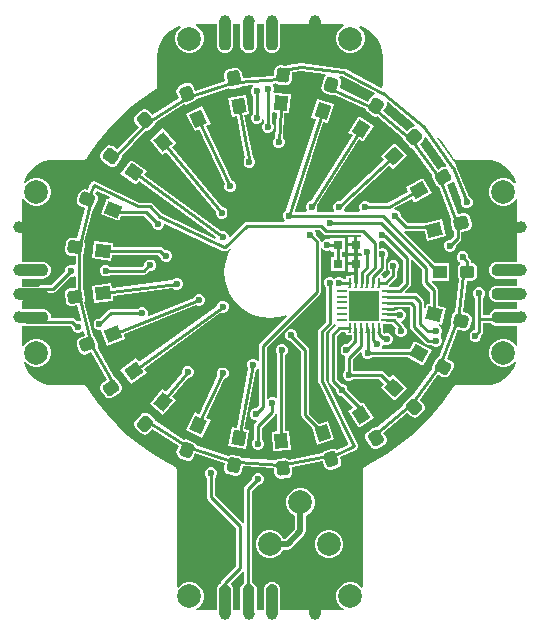
<source format=gtl>
G04*
G04 #@! TF.GenerationSoftware,Altium Limited,Altium Designer,23.8.1 (32)*
G04*
G04 Layer_Physical_Order=1*
G04 Layer_Color=255*
%FSLAX44Y44*%
%MOMM*%
G71*
G04*
G04 #@! TF.SameCoordinates,1253C11B-B4F6-43D5-8584-102BFB41548A*
G04*
G04*
G04 #@! TF.FilePolarity,Positive*
G04*
G01*
G75*
%ADD13C,0.2540*%
G04:AMPARAMS|DCode=16|XSize=1.25mm|YSize=1.1mm|CornerRadius=0mm|HoleSize=0mm|Usage=FLASHONLY|Rotation=93.600|XOffset=0mm|YOffset=0mm|HoleType=Round|Shape=Rectangle|*
%AMROTATEDRECTD16*
4,1,4,0.5882,-0.5892,-0.5097,-0.6583,-0.5882,0.5892,0.5097,0.6583,0.5882,-0.5892,0.0*
%
%ADD16ROTATEDRECTD16*%

G04:AMPARAMS|DCode=17|XSize=1.25mm|YSize=1.1mm|CornerRadius=0.275mm|HoleSize=0mm|Usage=FLASHONLY|Rotation=93.600|XOffset=0mm|YOffset=0mm|HoleType=Round|Shape=RoundedRectangle|*
%AMROUNDEDRECTD17*
21,1,1.2500,0.5500,0,0,93.6*
21,1,0.7000,1.1000,0,0,93.6*
1,1,0.5500,0.2525,0.3666*
1,1,0.5500,0.2964,-0.3320*
1,1,0.5500,-0.2525,-0.3666*
1,1,0.5500,-0.2964,0.3320*
%
%ADD17ROUNDEDRECTD17*%
G04:AMPARAMS|DCode=18|XSize=1.25mm|YSize=1.1mm|CornerRadius=0mm|HoleSize=0mm|Usage=FLASHONLY|Rotation=165.600|XOffset=0mm|YOffset=0mm|HoleType=Round|Shape=Rectangle|*
%AMROTATEDRECTD18*
4,1,4,0.7421,0.3773,0.4686,-0.6882,-0.7421,-0.3773,-0.4686,0.6882,0.7421,0.3773,0.0*
%
%ADD18ROTATEDRECTD18*%

G04:AMPARAMS|DCode=19|XSize=1.25mm|YSize=1.1mm|CornerRadius=0.275mm|HoleSize=0mm|Usage=FLASHONLY|Rotation=165.600|XOffset=0mm|YOffset=0mm|HoleType=Round|Shape=RoundedRectangle|*
%AMROUNDEDRECTD19*
21,1,1.2500,0.5500,0,0,165.6*
21,1,0.7000,1.1000,0,0,165.6*
1,1,0.5500,-0.2706,0.3534*
1,1,0.5500,0.4074,0.1793*
1,1,0.5500,0.2706,-0.3534*
1,1,0.5500,-0.4074,-0.1793*
%
%ADD19ROUNDEDRECTD19*%
G04:AMPARAMS|DCode=20|XSize=1.25mm|YSize=1.1mm|CornerRadius=0mm|HoleSize=0mm|Usage=FLASHONLY|Rotation=352.800|XOffset=0mm|YOffset=0mm|HoleType=Round|Shape=Rectangle|*
%AMROTATEDRECTD20*
4,1,4,-0.6890,-0.4673,-0.5511,0.6240,0.6890,0.4673,0.5511,-0.6240,-0.6890,-0.4673,0.0*
%
%ADD20ROTATEDRECTD20*%

G04:AMPARAMS|DCode=21|XSize=1.25mm|YSize=1.1mm|CornerRadius=0.275mm|HoleSize=0mm|Usage=FLASHONLY|Rotation=352.800|XOffset=0mm|YOffset=0mm|HoleType=Round|Shape=RoundedRectangle|*
%AMROUNDEDRECTD21*
21,1,1.2500,0.5500,0,0,352.8*
21,1,0.7000,1.1000,0,0,352.8*
1,1,0.5500,0.3128,-0.3167*
1,1,0.5500,-0.3817,-0.2290*
1,1,0.5500,-0.3128,0.3167*
1,1,0.5500,0.3817,0.2290*
%
%ADD21ROUNDEDRECTD21*%
G04:AMPARAMS|DCode=22|XSize=1.25mm|YSize=1.1mm|CornerRadius=0.275mm|HoleSize=0mm|Usage=FLASHONLY|Rotation=194.400|XOffset=0mm|YOffset=0mm|HoleType=Round|Shape=RoundedRectangle|*
%AMROUNDEDRECTD22*
21,1,1.2500,0.5500,0,0,194.4*
21,1,0.7000,1.1000,0,0,194.4*
1,1,0.5500,-0.4074,0.1793*
1,1,0.5500,0.2706,0.3534*
1,1,0.5500,0.4074,-0.1793*
1,1,0.5500,-0.2706,-0.3534*
%
%ADD22ROUNDEDRECTD22*%
G04:AMPARAMS|DCode=23|XSize=1.25mm|YSize=1.1mm|CornerRadius=0mm|HoleSize=0mm|Usage=FLASHONLY|Rotation=194.400|XOffset=0mm|YOffset=0mm|HoleType=Round|Shape=Rectangle|*
%AMROTATEDRECTD23*
4,1,4,0.4686,0.6882,0.7421,-0.3773,-0.4686,-0.6882,-0.7421,0.3773,0.4686,0.6882,0.0*
%
%ADD23ROTATEDRECTD23*%

G04:AMPARAMS|DCode=24|XSize=1.25mm|YSize=1.1mm|CornerRadius=0.275mm|HoleSize=0mm|Usage=FLASHONLY|Rotation=208.800|XOffset=0mm|YOffset=0mm|HoleType=Round|Shape=RoundedRectangle|*
%AMROUNDEDRECTD24*
21,1,1.2500,0.5500,0,0,208.8*
21,1,0.7000,1.1000,0,0,208.8*
1,1,0.5500,-0.4392,0.0724*
1,1,0.5500,0.1742,0.4096*
1,1,0.5500,0.4392,-0.0724*
1,1,0.5500,-0.1742,-0.4096*
%
%ADD24ROUNDEDRECTD24*%
G04:AMPARAMS|DCode=25|XSize=1.25mm|YSize=1.1mm|CornerRadius=0mm|HoleSize=0mm|Usage=FLASHONLY|Rotation=208.800|XOffset=0mm|YOffset=0mm|HoleType=Round|Shape=Rectangle|*
%AMROTATEDRECTD25*
4,1,4,0.2827,0.7831,0.8127,-0.1809,-0.2827,-0.7831,-0.8127,0.1809,0.2827,0.7831,0.0*
%
%ADD25ROTATEDRECTD25*%

G04:AMPARAMS|DCode=26|XSize=1.25mm|YSize=1.1mm|CornerRadius=0.275mm|HoleSize=0mm|Usage=FLASHONLY|Rotation=223.200|XOffset=0mm|YOffset=0mm|HoleType=Round|Shape=RoundedRectangle|*
%AMROUNDEDRECTD26*
21,1,1.2500,0.5500,0,0,223.2*
21,1,0.7000,1.1000,0,0,223.2*
1,1,0.5500,-0.4434,-0.0391*
1,1,0.5500,0.0669,0.4401*
1,1,0.5500,0.4434,0.0391*
1,1,0.5500,-0.0669,-0.4401*
%
%ADD26ROUNDEDRECTD26*%
G04:AMPARAMS|DCode=27|XSize=1.25mm|YSize=1.1mm|CornerRadius=0mm|HoleSize=0mm|Usage=FLASHONLY|Rotation=223.200|XOffset=0mm|YOffset=0mm|HoleType=Round|Shape=Rectangle|*
%AMROTATEDRECTD27*
4,1,4,0.0791,0.8288,0.8321,0.0269,-0.0791,-0.8288,-0.8321,-0.0269,0.0791,0.8288,0.0*
%
%ADD27ROTATEDRECTD27*%

G04:AMPARAMS|DCode=28|XSize=1.25mm|YSize=1.1mm|CornerRadius=0.275mm|HoleSize=0mm|Usage=FLASHONLY|Rotation=237.600|XOffset=0mm|YOffset=0mm|HoleType=Round|Shape=RoundedRectangle|*
%AMROUNDEDRECTD28*
21,1,1.2500,0.5500,0,0,237.6*
21,1,0.7000,1.1000,0,0,237.6*
1,1,0.5500,-0.4197,-0.1482*
1,1,0.5500,-0.0447,0.4429*
1,1,0.5500,0.4197,0.1482*
1,1,0.5500,0.0447,-0.4429*
%
%ADD28ROUNDEDRECTD28*%
G04:AMPARAMS|DCode=29|XSize=1.25mm|YSize=1.1mm|CornerRadius=0mm|HoleSize=0mm|Usage=FLASHONLY|Rotation=237.600|XOffset=0mm|YOffset=0mm|HoleType=Round|Shape=Rectangle|*
%AMROTATEDRECTD29*
4,1,4,-0.1295,0.8224,0.7993,0.2330,0.1295,-0.8224,-0.7993,-0.2330,-0.1295,0.8224,0.0*
%
%ADD29ROTATEDRECTD29*%

G04:AMPARAMS|DCode=30|XSize=1.25mm|YSize=1.1mm|CornerRadius=0.275mm|HoleSize=0mm|Usage=FLASHONLY|Rotation=252.000|XOffset=0mm|YOffset=0mm|HoleType=Round|Shape=RoundedRectangle|*
%AMROUNDEDRECTD30*
21,1,1.2500,0.5500,0,0,252.0*
21,1,0.7000,1.1000,0,0,252.0*
1,1,0.5500,-0.3697,-0.2479*
1,1,0.5500,-0.1534,0.4178*
1,1,0.5500,0.3697,0.2479*
1,1,0.5500,0.1534,-0.4178*
%
%ADD30ROUNDEDRECTD30*%
G04:AMPARAMS|DCode=31|XSize=1.25mm|YSize=1.1mm|CornerRadius=0mm|HoleSize=0mm|Usage=FLASHONLY|Rotation=252.000|XOffset=0mm|YOffset=0mm|HoleType=Round|Shape=Rectangle|*
%AMROTATEDRECTD31*
4,1,4,-0.3300,0.7644,0.7162,0.4245,0.3300,-0.7644,-0.7162,-0.4245,-0.3300,0.7644,0.0*
%
%ADD31ROTATEDRECTD31*%

G04:AMPARAMS|DCode=32|XSize=1.25mm|YSize=1.1mm|CornerRadius=0.275mm|HoleSize=0mm|Usage=FLASHONLY|Rotation=266.400|XOffset=0mm|YOffset=0mm|HoleType=Round|Shape=RoundedRectangle|*
%AMROUNDEDRECTD32*
21,1,1.2500,0.5500,0,0,266.4*
21,1,0.7000,1.1000,0,0,266.4*
1,1,0.5500,-0.2964,-0.3320*
1,1,0.5500,-0.2525,0.3666*
1,1,0.5500,0.2964,0.3320*
1,1,0.5500,0.2525,-0.3666*
%
%ADD32ROUNDEDRECTD32*%
G04:AMPARAMS|DCode=33|XSize=1.25mm|YSize=1.1mm|CornerRadius=0mm|HoleSize=0mm|Usage=FLASHONLY|Rotation=266.400|XOffset=0mm|YOffset=0mm|HoleType=Round|Shape=Rectangle|*
%AMROTATEDRECTD33*
4,1,4,-0.5097,0.6583,0.5882,0.5892,0.5097,-0.6583,-0.5882,-0.5892,-0.5097,0.6583,0.0*
%
%ADD33ROTATEDRECTD33*%

G04:AMPARAMS|DCode=34|XSize=1.25mm|YSize=1.1mm|CornerRadius=0.275mm|HoleSize=0mm|Usage=FLASHONLY|Rotation=280.800|XOffset=0mm|YOffset=0mm|HoleType=Round|Shape=RoundedRectangle|*
%AMROUNDEDRECTD34*
21,1,1.2500,0.5500,0,0,280.8*
21,1,0.7000,1.1000,0,0,280.8*
1,1,0.5500,-0.2046,-0.3953*
1,1,0.5500,-0.3357,0.2923*
1,1,0.5500,0.2046,0.3953*
1,1,0.5500,0.3357,-0.2923*
%
%ADD34ROUNDEDRECTD34*%
G04:AMPARAMS|DCode=35|XSize=1.25mm|YSize=1.1mm|CornerRadius=0mm|HoleSize=0mm|Usage=FLASHONLY|Rotation=280.800|XOffset=0mm|YOffset=0mm|HoleType=Round|Shape=Rectangle|*
%AMROTATEDRECTD35*
4,1,4,-0.6574,0.5109,0.4232,0.7170,0.6574,-0.5109,-0.4232,-0.7170,-0.6574,0.5109,0.0*
%
%ADD35ROTATEDRECTD35*%

G04:AMPARAMS|DCode=36|XSize=1.25mm|YSize=1.1mm|CornerRadius=0.275mm|HoleSize=0mm|Usage=FLASHONLY|Rotation=295.200|XOffset=0mm|YOffset=0mm|HoleType=Round|Shape=RoundedRectangle|*
%AMROUNDEDRECTD36*
21,1,1.2500,0.5500,0,0,295.2*
21,1,0.7000,1.1000,0,0,295.2*
1,1,0.5500,-0.0998,-0.4338*
1,1,0.5500,-0.3979,0.1996*
1,1,0.5500,0.0998,0.4338*
1,1,0.5500,0.3979,-0.1996*
%
%ADD36ROUNDEDRECTD36*%
G04:AMPARAMS|DCode=37|XSize=1.25mm|YSize=1.1mm|CornerRadius=0mm|HoleSize=0mm|Usage=FLASHONLY|Rotation=295.200|XOffset=0mm|YOffset=0mm|HoleType=Round|Shape=Rectangle|*
%AMROTATEDRECTD37*
4,1,4,-0.7638,0.3313,0.2315,0.7997,0.7638,-0.3313,-0.2315,-0.7997,-0.7638,0.3313,0.0*
%
%ADD37ROTATEDRECTD37*%

G04:AMPARAMS|DCode=38|XSize=1.25mm|YSize=1.1mm|CornerRadius=0.275mm|HoleSize=0mm|Usage=FLASHONLY|Rotation=309.600|XOffset=0mm|YOffset=0mm|HoleType=Round|Shape=RoundedRectangle|*
%AMROUNDEDRECTD38*
21,1,1.2500,0.5500,0,0,309.6*
21,1,0.7000,1.1000,0,0,309.6*
1,1,0.5500,0.0112,-0.4450*
1,1,0.5500,-0.4350,0.0944*
1,1,0.5500,-0.0112,0.4450*
1,1,0.5500,0.4350,-0.0944*
%
%ADD38ROUNDEDRECTD38*%
G04:AMPARAMS|DCode=39|XSize=1.25mm|YSize=1.1mm|CornerRadius=0mm|HoleSize=0mm|Usage=FLASHONLY|Rotation=309.600|XOffset=0mm|YOffset=0mm|HoleType=Round|Shape=Rectangle|*
%AMROTATEDRECTD39*
4,1,4,-0.8222,0.1310,0.0254,0.8322,0.8222,-0.1310,-0.0254,-0.8322,-0.8222,0.1310,0.0*
%
%ADD39ROTATEDRECTD39*%

G04:AMPARAMS|DCode=40|XSize=1.25mm|YSize=1.1mm|CornerRadius=0.275mm|HoleSize=0mm|Usage=FLASHONLY|Rotation=324.000|XOffset=0mm|YOffset=0mm|HoleType=Round|Shape=RoundedRectangle|*
%AMROUNDEDRECTD40*
21,1,1.2500,0.5500,0,0,324.0*
21,1,0.7000,1.1000,0,0,324.0*
1,1,0.5500,0.1215,-0.4282*
1,1,0.5500,-0.4448,-0.0168*
1,1,0.5500,-0.1215,0.4282*
1,1,0.5500,0.4448,0.0168*
%
%ADD40ROUNDEDRECTD40*%
G04:AMPARAMS|DCode=41|XSize=1.25mm|YSize=1.1mm|CornerRadius=0mm|HoleSize=0mm|Usage=FLASHONLY|Rotation=324.000|XOffset=0mm|YOffset=0mm|HoleType=Round|Shape=Rectangle|*
%AMROTATEDRECTD41*
4,1,4,-0.8289,-0.0776,-0.1824,0.8123,0.8289,0.0776,0.1824,-0.8123,-0.8289,-0.0776,0.0*
%
%ADD41ROTATEDRECTD41*%

G04:AMPARAMS|DCode=42|XSize=1.25mm|YSize=1.1mm|CornerRadius=0.275mm|HoleSize=0mm|Usage=FLASHONLY|Rotation=338.400|XOffset=0mm|YOffset=0mm|HoleType=Round|Shape=RoundedRectangle|*
%AMROUNDEDRECTD42*
21,1,1.2500,0.5500,0,0,338.4*
21,1,0.7000,1.1000,0,0,338.4*
1,1,0.5500,0.2242,-0.3845*
1,1,0.5500,-0.4267,-0.1269*
1,1,0.5500,-0.2242,0.3845*
1,1,0.5500,0.4267,0.1269*
%
%ADD42ROUNDEDRECTD42*%
G04:AMPARAMS|DCode=43|XSize=1.25mm|YSize=1.1mm|CornerRadius=0mm|HoleSize=0mm|Usage=FLASHONLY|Rotation=338.400|XOffset=0mm|YOffset=0mm|HoleType=Round|Shape=Rectangle|*
%AMROTATEDRECTD43*
4,1,4,-0.7836,-0.2813,-0.3786,0.7415,0.7836,0.2813,0.3786,-0.7415,-0.7836,-0.2813,0.0*
%
%ADD43ROTATEDRECTD43*%

G04:AMPARAMS|DCode=44|XSize=1.25mm|YSize=1.1mm|CornerRadius=0.275mm|HoleSize=0mm|Usage=FLASHONLY|Rotation=7.200|XOffset=0mm|YOffset=0mm|HoleType=Round|Shape=RoundedRectangle|*
%AMROUNDEDRECTD44*
21,1,1.2500,0.5500,0,0,7.2*
21,1,0.7000,1.1000,0,0,7.2*
1,1,0.5500,0.3817,-0.2290*
1,1,0.5500,-0.3128,-0.3167*
1,1,0.5500,-0.3817,0.2290*
1,1,0.5500,0.3128,0.3167*
%
%ADD44ROUNDEDRECTD44*%
G04:AMPARAMS|DCode=45|XSize=1.25mm|YSize=1.1mm|CornerRadius=0mm|HoleSize=0mm|Usage=FLASHONLY|Rotation=7.200|XOffset=0mm|YOffset=0mm|HoleType=Round|Shape=Rectangle|*
%AMROTATEDRECTD45*
4,1,4,-0.5511,-0.6240,-0.6890,0.4673,0.5511,0.6240,0.6890,-0.4673,-0.5511,-0.6240,0.0*
%
%ADD45ROTATEDRECTD45*%

G04:AMPARAMS|DCode=46|XSize=1.25mm|YSize=1.1mm|CornerRadius=0.275mm|HoleSize=0mm|Usage=FLASHONLY|Rotation=21.600|XOffset=0mm|YOffset=0mm|HoleType=Round|Shape=RoundedRectangle|*
%AMROUNDEDRECTD46*
21,1,1.2500,0.5500,0,0,21.6*
21,1,0.7000,1.1000,0,0,21.6*
1,1,0.5500,0.4267,-0.1269*
1,1,0.5500,-0.2242,-0.3845*
1,1,0.5500,-0.4267,0.1269*
1,1,0.5500,0.2242,0.3845*
%
%ADD46ROUNDEDRECTD46*%
G04:AMPARAMS|DCode=47|XSize=1.25mm|YSize=1.1mm|CornerRadius=0mm|HoleSize=0mm|Usage=FLASHONLY|Rotation=21.600|XOffset=0mm|YOffset=0mm|HoleType=Round|Shape=Rectangle|*
%AMROTATEDRECTD47*
4,1,4,-0.3786,-0.7415,-0.7836,0.2813,0.3786,0.7415,0.7836,-0.2813,-0.3786,-0.7415,0.0*
%
%ADD47ROTATEDRECTD47*%

G04:AMPARAMS|DCode=48|XSize=1.25mm|YSize=1.1mm|CornerRadius=0.275mm|HoleSize=0mm|Usage=FLASHONLY|Rotation=36.000|XOffset=0mm|YOffset=0mm|HoleType=Round|Shape=RoundedRectangle|*
%AMROUNDEDRECTD48*
21,1,1.2500,0.5500,0,0,36.0*
21,1,0.7000,1.1000,0,0,36.0*
1,1,0.5500,0.4448,-0.0168*
1,1,0.5500,-0.1215,-0.4282*
1,1,0.5500,-0.4448,0.0168*
1,1,0.5500,0.1215,0.4282*
%
%ADD48ROUNDEDRECTD48*%
G04:AMPARAMS|DCode=49|XSize=1.25mm|YSize=1.1mm|CornerRadius=0mm|HoleSize=0mm|Usage=FLASHONLY|Rotation=36.000|XOffset=0mm|YOffset=0mm|HoleType=Round|Shape=Rectangle|*
%AMROTATEDRECTD49*
4,1,4,-0.1824,-0.8123,-0.8289,0.0776,0.1824,0.8123,0.8289,-0.0776,-0.1824,-0.8123,0.0*
%
%ADD49ROTATEDRECTD49*%

G04:AMPARAMS|DCode=50|XSize=1.25mm|YSize=1.1mm|CornerRadius=0.275mm|HoleSize=0mm|Usage=FLASHONLY|Rotation=50.400|XOffset=0mm|YOffset=0mm|HoleType=Round|Shape=RoundedRectangle|*
%AMROUNDEDRECTD50*
21,1,1.2500,0.5500,0,0,50.4*
21,1,0.7000,1.1000,0,0,50.4*
1,1,0.5500,0.4350,0.0944*
1,1,0.5500,-0.0112,-0.4450*
1,1,0.5500,-0.4350,-0.0944*
1,1,0.5500,0.0112,0.4450*
%
%ADD50ROUNDEDRECTD50*%
G04:AMPARAMS|DCode=51|XSize=1.25mm|YSize=1.1mm|CornerRadius=0mm|HoleSize=0mm|Usage=FLASHONLY|Rotation=50.400|XOffset=0mm|YOffset=0mm|HoleType=Round|Shape=Rectangle|*
%AMROTATEDRECTD51*
4,1,4,0.0254,-0.8322,-0.8222,-0.1310,-0.0254,0.8322,0.8222,0.1310,0.0254,-0.8322,0.0*
%
%ADD51ROTATEDRECTD51*%

G04:AMPARAMS|DCode=52|XSize=1.25mm|YSize=1.1mm|CornerRadius=0.275mm|HoleSize=0mm|Usage=FLASHONLY|Rotation=64.800|XOffset=0mm|YOffset=0mm|HoleType=Round|Shape=RoundedRectangle|*
%AMROUNDEDRECTD52*
21,1,1.2500,0.5500,0,0,64.8*
21,1,0.7000,1.1000,0,0,64.8*
1,1,0.5500,0.3979,0.1996*
1,1,0.5500,0.0998,-0.4338*
1,1,0.5500,-0.3979,-0.1996*
1,1,0.5500,-0.0998,0.4338*
%
%ADD52ROUNDEDRECTD52*%
G04:AMPARAMS|DCode=53|XSize=1.25mm|YSize=1.1mm|CornerRadius=0mm|HoleSize=0mm|Usage=FLASHONLY|Rotation=64.800|XOffset=0mm|YOffset=0mm|HoleType=Round|Shape=Rectangle|*
%AMROTATEDRECTD53*
4,1,4,0.2315,-0.7997,-0.7638,-0.3313,-0.2315,0.7997,0.7638,0.3313,0.2315,-0.7997,0.0*
%
%ADD53ROTATEDRECTD53*%

G04:AMPARAMS|DCode=54|XSize=1.25mm|YSize=1.1mm|CornerRadius=0.275mm|HoleSize=0mm|Usage=FLASHONLY|Rotation=79.200|XOffset=0mm|YOffset=0mm|HoleType=Round|Shape=RoundedRectangle|*
%AMROUNDEDRECTD54*
21,1,1.2500,0.5500,0,0,79.2*
21,1,0.7000,1.1000,0,0,79.2*
1,1,0.5500,0.3357,0.2923*
1,1,0.5500,0.2046,-0.3953*
1,1,0.5500,-0.3357,-0.2923*
1,1,0.5500,-0.2046,0.3953*
%
%ADD54ROUNDEDRECTD54*%
G04:AMPARAMS|DCode=55|XSize=1.25mm|YSize=1.1mm|CornerRadius=0mm|HoleSize=0mm|Usage=FLASHONLY|Rotation=79.200|XOffset=0mm|YOffset=0mm|HoleType=Round|Shape=Rectangle|*
%AMROTATEDRECTD55*
4,1,4,0.4232,-0.7170,-0.6574,-0.5109,-0.4232,0.7170,0.6574,0.5109,0.4232,-0.7170,0.0*
%
%ADD55ROTATEDRECTD55*%

G04:AMPARAMS|DCode=56|XSize=1.25mm|YSize=1.1mm|CornerRadius=0.275mm|HoleSize=0mm|Usage=FLASHONLY|Rotation=108.000|XOffset=0mm|YOffset=0mm|HoleType=Round|Shape=RoundedRectangle|*
%AMROUNDEDRECTD56*
21,1,1.2500,0.5500,0,0,108.0*
21,1,0.7000,1.1000,0,0,108.0*
1,1,0.5500,0.1534,0.4178*
1,1,0.5500,0.3697,-0.2479*
1,1,0.5500,-0.1534,-0.4178*
1,1,0.5500,-0.3697,0.2479*
%
%ADD56ROUNDEDRECTD56*%
G04:AMPARAMS|DCode=57|XSize=1.25mm|YSize=1.1mm|CornerRadius=0mm|HoleSize=0mm|Usage=FLASHONLY|Rotation=108.000|XOffset=0mm|YOffset=0mm|HoleType=Round|Shape=Rectangle|*
%AMROTATEDRECTD57*
4,1,4,0.7162,-0.4245,-0.3300,-0.7644,-0.7162,0.4245,0.3300,0.7644,0.7162,-0.4245,0.0*
%
%ADD57ROTATEDRECTD57*%

G04:AMPARAMS|DCode=58|XSize=1.25mm|YSize=1.1mm|CornerRadius=0.275mm|HoleSize=0mm|Usage=FLASHONLY|Rotation=122.400|XOffset=0mm|YOffset=0mm|HoleType=Round|Shape=RoundedRectangle|*
%AMROUNDEDRECTD58*
21,1,1.2500,0.5500,0,0,122.4*
21,1,0.7000,1.1000,0,0,122.4*
1,1,0.5500,0.0447,0.4429*
1,1,0.5500,0.4197,-0.1482*
1,1,0.5500,-0.0447,-0.4429*
1,1,0.5500,-0.4197,0.1482*
%
%ADD58ROUNDEDRECTD58*%
G04:AMPARAMS|DCode=59|XSize=1.25mm|YSize=1.1mm|CornerRadius=0mm|HoleSize=0mm|Usage=FLASHONLY|Rotation=122.400|XOffset=0mm|YOffset=0mm|HoleType=Round|Shape=Rectangle|*
%AMROTATEDRECTD59*
4,1,4,0.7993,-0.2330,-0.1295,-0.8224,-0.7993,0.2330,0.1295,0.8224,0.7993,-0.2330,0.0*
%
%ADD59ROTATEDRECTD59*%

G04:AMPARAMS|DCode=60|XSize=1.25mm|YSize=1.1mm|CornerRadius=0.275mm|HoleSize=0mm|Usage=FLASHONLY|Rotation=136.800|XOffset=0mm|YOffset=0mm|HoleType=Round|Shape=RoundedRectangle|*
%AMROUNDEDRECTD60*
21,1,1.2500,0.5500,0,0,136.8*
21,1,0.7000,1.1000,0,0,136.8*
1,1,0.5500,-0.0669,0.4401*
1,1,0.5500,0.4434,-0.0391*
1,1,0.5500,0.0669,-0.4401*
1,1,0.5500,-0.4434,0.0391*
%
%ADD60ROUNDEDRECTD60*%
G04:AMPARAMS|DCode=61|XSize=1.25mm|YSize=1.1mm|CornerRadius=0mm|HoleSize=0mm|Usage=FLASHONLY|Rotation=136.800|XOffset=0mm|YOffset=0mm|HoleType=Round|Shape=Rectangle|*
%AMROTATEDRECTD61*
4,1,4,0.8321,-0.0269,0.0791,-0.8288,-0.8321,0.0269,-0.0791,0.8288,0.8321,-0.0269,0.0*
%
%ADD61ROTATEDRECTD61*%

G04:AMPARAMS|DCode=62|XSize=1.25mm|YSize=1.1mm|CornerRadius=0.275mm|HoleSize=0mm|Usage=FLASHONLY|Rotation=151.200|XOffset=0mm|YOffset=0mm|HoleType=Round|Shape=RoundedRectangle|*
%AMROUNDEDRECTD62*
21,1,1.2500,0.5500,0,0,151.2*
21,1,0.7000,1.1000,0,0,151.2*
1,1,0.5500,-0.1742,0.4096*
1,1,0.5500,0.4392,0.0724*
1,1,0.5500,0.1742,-0.4096*
1,1,0.5500,-0.4392,-0.0724*
%
%ADD62ROUNDEDRECTD62*%
G04:AMPARAMS|DCode=63|XSize=1.25mm|YSize=1.1mm|CornerRadius=0mm|HoleSize=0mm|Usage=FLASHONLY|Rotation=151.200|XOffset=0mm|YOffset=0mm|HoleType=Round|Shape=Rectangle|*
%AMROTATEDRECTD63*
4,1,4,0.8127,0.1809,0.2827,-0.7831,-0.8127,-0.1809,-0.2827,0.7831,0.8127,0.1809,0.0*
%
%ADD63ROTATEDRECTD63*%

G04:AMPARAMS|DCode=64|XSize=1.25mm|YSize=1.1mm|CornerRadius=0.275mm|HoleSize=0mm|Usage=FLASHONLY|Rotation=180.000|XOffset=0mm|YOffset=0mm|HoleType=Round|Shape=RoundedRectangle|*
%AMROUNDEDRECTD64*
21,1,1.2500,0.5500,0,0,180.0*
21,1,0.7000,1.1000,0,0,180.0*
1,1,0.5500,-0.3500,0.2750*
1,1,0.5500,0.3500,0.2750*
1,1,0.5500,0.3500,-0.2750*
1,1,0.5500,-0.3500,-0.2750*
%
%ADD64ROUNDEDRECTD64*%
%ADD65R,1.2500X1.1000*%
%ADD66R,0.8000X0.8000*%
%ADD67P,3.6062X4X224.709*%
G04:AMPARAMS|DCode=68|XSize=0.25mm|YSize=0.8mm|CornerRadius=0mm|HoleSize=0mm|Usage=FLASHONLY|Rotation=179.709|XOffset=0mm|YOffset=0mm|HoleType=Round|Shape=Rectangle|*
%AMROTATEDRECTD68*
4,1,4,0.1270,0.3994,0.1230,-0.4006,-0.1270,-0.3994,-0.1230,0.4006,0.1270,0.3994,0.0*
%
%ADD68ROTATEDRECTD68*%

G04:AMPARAMS|DCode=69|XSize=0.25mm|YSize=0.8mm|CornerRadius=0mm|HoleSize=0mm|Usage=FLASHONLY|Rotation=269.709|XOffset=0mm|YOffset=0mm|HoleType=Round|Shape=Rectangle|*
%AMROTATEDRECTD69*
4,1,4,-0.3994,0.1270,0.4006,0.1230,0.3994,-0.1270,-0.4006,-0.1230,-0.3994,0.1270,0.0*
%
%ADD69ROTATEDRECTD69*%

%ADD127C,0.5000*%
%ADD128C,2.0000*%
%ADD129C,1.0000*%
%ADD130C,0.6000*%
G36*
X88550Y482100D02*
Y481105D01*
X87789Y479268D01*
X86382Y477861D01*
X84544Y477100D01*
X82555D01*
X80718Y477861D01*
X79311Y479268D01*
X78550Y481105D01*
Y482100D01*
Y502100D01*
X88550D01*
Y482100D01*
D02*
G37*
G36*
X68550D02*
Y481105D01*
X67789Y479268D01*
X66382Y477861D01*
X64545Y477100D01*
X62555D01*
X60718Y477861D01*
X59311Y479268D01*
X58550Y481105D01*
Y482100D01*
Y502100D01*
X68550D01*
Y482100D01*
D02*
G37*
G36*
X48550D02*
Y481105D01*
X47789Y479268D01*
X46382Y477861D01*
X44545Y477100D01*
X42555D01*
X40718Y477861D01*
X39311Y479268D01*
X38550Y481105D01*
Y482100D01*
Y502100D01*
X48550D01*
Y482100D01*
D02*
G37*
G36*
X124750Y499041D02*
X143893D01*
X144233Y497771D01*
X142382Y496702D01*
X140148Y494468D01*
X138568Y491732D01*
X137750Y488680D01*
Y485520D01*
X138568Y482468D01*
X140148Y479732D01*
X142382Y477498D01*
X145118Y475918D01*
X148170Y475100D01*
X151330D01*
X154382Y475918D01*
X157118Y477498D01*
X159352Y479732D01*
X160932Y482468D01*
X161750Y485520D01*
Y488680D01*
X160932Y491732D01*
X159352Y494468D01*
X157364Y496456D01*
X157673Y497501D01*
X157821Y497714D01*
X158600Y497691D01*
X162398Y496118D01*
X166005Y493908D01*
X169221Y491161D01*
X171968Y487944D01*
X174178Y484338D01*
X175797Y480430D01*
X176785Y476317D01*
X177084Y472513D01*
X176977Y471975D01*
X176977Y471975D01*
Y447012D01*
X176944Y446848D01*
X177069Y446218D01*
X175979Y445358D01*
X146195Y461096D01*
X146184Y461099D01*
X146176Y461106D01*
X146169Y461109D01*
X146074Y461137D01*
X145717Y461375D01*
X144605Y461596D01*
X144233Y461724D01*
X108534Y466520D01*
X108044Y466489D01*
X107553Y466506D01*
X96955Y464775D01*
X96507Y464608D01*
X96044Y464488D01*
X95903Y464381D01*
X95737Y464319D01*
X95538Y464134D01*
X90341Y464461D01*
X88468Y464210D01*
X86834Y463261D01*
X85688Y461758D01*
X85203Y459932D01*
X84936Y455689D01*
X58445Y454022D01*
X57648Y458198D01*
X56939Y459950D01*
X55613Y461297D01*
X53873Y462033D01*
X51983Y462048D01*
X46581Y461018D01*
X44829Y460308D01*
X43483Y458983D01*
X42746Y457242D01*
X42731Y455353D01*
X43527Y451177D01*
X18283Y442974D01*
X16473Y446821D01*
X15350Y448341D01*
X13731Y449316D01*
X11862Y449597D01*
X10028Y449141D01*
X5052Y446799D01*
X3532Y445676D01*
X2557Y444058D01*
X2276Y442189D01*
X2732Y440355D01*
X4542Y436508D01*
X-17870Y422285D01*
X-20580Y425561D01*
X-22045Y426754D01*
X-23856Y427295D01*
X-25735Y427103D01*
X-27399Y426206D01*
X-31636Y422700D01*
X-32829Y421234D01*
X-33371Y419424D01*
X-33178Y417544D01*
X-32281Y415881D01*
X-29571Y412605D01*
X-47742Y393256D01*
X-51181Y395755D01*
X-52897Y396546D01*
X-54785Y396620D01*
X-56558Y395966D01*
X-57946Y394683D01*
X-61178Y390233D01*
X-61970Y388517D01*
X-62044Y386629D01*
X-61390Y384856D01*
X-60107Y383469D01*
X-54444Y379354D01*
X-52728Y378563D01*
X-50840Y378489D01*
X-49067Y379143D01*
X-47679Y380426D01*
X-44446Y384875D01*
X-43655Y386591D01*
X-43603Y387922D01*
X-23988Y408810D01*
X-22663Y408946D01*
X-21000Y409843D01*
X-16762Y413349D01*
X-15569Y414814D01*
X-15188Y416090D01*
X9006Y431444D01*
X10323Y431246D01*
X12156Y431701D01*
X17133Y434043D01*
X18653Y435166D01*
X19340Y436307D01*
X46592Y445161D01*
X47818Y444642D01*
X49707Y444627D01*
X55110Y445658D01*
X56861Y446367D01*
X57810Y447301D01*
X66948Y447876D01*
X67295Y447115D01*
X67361Y446629D01*
X66061Y445330D01*
X65300Y443492D01*
Y441503D01*
X66061Y439665D01*
X66966Y438760D01*
Y423637D01*
X66061Y422732D01*
X65300Y420895D01*
Y418905D01*
X66061Y417068D01*
X67468Y415661D01*
X69305Y414900D01*
X71295D01*
X73132Y415661D01*
X74539Y417068D01*
X75196Y418654D01*
X76466Y418402D01*
Y416037D01*
X75561Y415132D01*
X74800Y413295D01*
Y411305D01*
X75561Y409468D01*
X76968Y408061D01*
X78805Y407300D01*
X80795D01*
X82632Y408061D01*
X84039Y409468D01*
X84800Y411305D01*
Y413295D01*
X84039Y415132D01*
X83134Y416037D01*
Y423815D01*
X84060Y424684D01*
X87240Y424484D01*
X85908Y403305D01*
X84759Y402156D01*
X83998Y400319D01*
Y398330D01*
X84759Y396492D01*
X86166Y395085D01*
X88004Y394324D01*
X89993D01*
X91830Y395085D01*
X93237Y396492D01*
X93998Y398330D01*
Y400319D01*
X93237Y402156D01*
X92560Y402834D01*
X93896Y424065D01*
X98053Y423804D01*
X99089Y440271D01*
X85083Y441152D01*
X84331Y442472D01*
X84800Y443605D01*
Y445595D01*
X84039Y447432D01*
X83807Y447664D01*
X84299Y448968D01*
X86408Y449100D01*
X87466Y448293D01*
X89293Y447808D01*
X94782Y447463D01*
X96655Y447714D01*
X98289Y448663D01*
X99436Y450166D01*
X99920Y451992D01*
X100334Y458571D01*
X108138Y459845D01*
X128459Y457115D01*
X128823Y455784D01*
X128403Y455454D01*
X127480Y453805D01*
X125317Y447147D01*
X125095Y445271D01*
X125608Y443452D01*
X126777Y441968D01*
X128426Y441045D01*
X133657Y439345D01*
X135534Y439123D01*
X136815Y439485D01*
X162742Y427284D01*
X163281Y426066D01*
X164648Y424762D01*
X169292Y421815D01*
X171054Y421133D01*
X172385Y421165D01*
X194464Y402900D01*
X194682Y401586D01*
X195682Y399983D01*
X199447Y395974D01*
X200985Y394875D01*
X202282Y394574D01*
X219125Y371393D01*
X219010Y370066D01*
X219579Y368264D01*
X222229Y363445D01*
X223445Y361998D01*
X224627Y361384D01*
X235175Y334742D01*
X234734Y333486D01*
X234838Y331599D01*
X236205Y326272D01*
X237023Y324568D01*
X237130Y324473D01*
Y319447D01*
X234456Y316773D01*
X233176D01*
X231339Y316012D01*
X229932Y314605D01*
X229171Y312767D01*
Y310778D01*
X229932Y308941D01*
X231339Y307534D01*
X233176Y306773D01*
X235165D01*
X237003Y307534D01*
X238410Y308941D01*
X239171Y310778D01*
Y312058D01*
X242822Y315709D01*
X243545Y316790D01*
X243798Y318066D01*
Y323221D01*
X248881Y324526D01*
X250584Y325344D01*
X251845Y326752D01*
X252471Y328535D01*
X252367Y330421D01*
X251000Y335749D01*
X250182Y337452D01*
X248774Y338713D01*
X246991Y339339D01*
X245104Y339235D01*
X240986Y338178D01*
X231215Y362858D01*
X234940Y364906D01*
X236243Y366001D01*
X237627Y365963D01*
X243762Y350625D01*
X243248Y349383D01*
Y347393D01*
X244009Y345556D01*
X245415Y344149D01*
X247253Y343388D01*
X249242D01*
X251080Y344149D01*
X252486Y345556D01*
X253248Y347393D01*
Y349383D01*
X252486Y351220D01*
X251080Y352627D01*
X249957Y353092D01*
X239540Y379134D01*
X239454Y379349D01*
X239483Y379386D01*
X239483Y379386D01*
X239473Y379434D01*
X238856Y380428D01*
X238853Y380433D01*
X238799Y380555D01*
X238181Y381430D01*
X222912Y403062D01*
X223926Y403827D01*
X228058Y398700D01*
X235504Y387976D01*
X236689Y385979D01*
X236754Y386020D01*
X237137Y385447D01*
X238129Y384784D01*
X239300Y384552D01*
X263038D01*
X263046Y384552D01*
X264299Y384551D01*
X265535Y384469D01*
X268516Y384235D01*
X272629Y383247D01*
X276537Y381628D01*
X280144Y379418D01*
X283360Y376671D01*
X286107Y373455D01*
X288318Y369848D01*
X289890Y366052D01*
X289910Y365274D01*
X289718Y365139D01*
X288651Y364820D01*
X286668Y366802D01*
X283932Y368382D01*
X280880Y369200D01*
X277720D01*
X274668Y368382D01*
X271932Y366802D01*
X269698Y364568D01*
X268118Y361832D01*
X267300Y358780D01*
Y355620D01*
X268118Y352568D01*
X269698Y349832D01*
X271932Y347598D01*
X274668Y346018D01*
X277720Y345200D01*
X280880D01*
X283932Y346018D01*
X286668Y347598D01*
X288902Y349832D01*
X289971Y351682D01*
X291241Y351342D01*
Y332200D01*
X294300D01*
Y322200D01*
X291241D01*
Y298039D01*
X273305D01*
X272525Y297884D01*
X270687Y297123D01*
X270026Y296681D01*
X268619Y295274D01*
X268177Y294613D01*
X267416Y292775D01*
X267261Y291994D01*
Y290005D01*
X267416Y289225D01*
X268177Y287387D01*
X268619Y286726D01*
X270026Y285319D01*
X270687Y284877D01*
X272525Y284116D01*
X273305Y283961D01*
X291241D01*
Y278039D01*
X273305D01*
X272525Y277884D01*
X270687Y277123D01*
X270026Y276681D01*
X268619Y275274D01*
X268177Y274613D01*
X267416Y272775D01*
X267261Y271995D01*
Y270005D01*
X267416Y269225D01*
X268177Y267387D01*
X268619Y266726D01*
X270026Y265319D01*
X270687Y264877D01*
X272525Y264116D01*
X273305Y263961D01*
X291241D01*
Y258039D01*
X273305D01*
X272525Y257884D01*
X270687Y257123D01*
X270026Y256681D01*
X268619Y255274D01*
X268177Y254613D01*
X267650Y253340D01*
X261884D01*
Y267555D01*
X262917Y268588D01*
X263678Y270425D01*
Y272414D01*
X262917Y274252D01*
X261510Y275659D01*
X259672Y276420D01*
X257683D01*
X255845Y275659D01*
X254439Y274252D01*
X253678Y272414D01*
Y270425D01*
X254439Y268588D01*
X255216Y267811D01*
Y249014D01*
Y240317D01*
X254999Y240100D01*
X254655D01*
X252818Y239339D01*
X251411Y237932D01*
X250650Y236094D01*
Y234105D01*
X251411Y232268D01*
X252818Y230861D01*
X254655Y230100D01*
X256645D01*
X258482Y230861D01*
X259889Y232268D01*
X260650Y234105D01*
Y236094D01*
X260584Y236255D01*
X260907Y236579D01*
X261630Y237660D01*
X261884Y238936D01*
Y246671D01*
X268674D01*
X270026Y245319D01*
X270687Y244877D01*
X272525Y244116D01*
X273305Y243961D01*
X291241D01*
Y226858D01*
X289971Y226518D01*
X288902Y228368D01*
X286668Y230602D01*
X283932Y232182D01*
X280880Y233000D01*
X277720D01*
X274668Y232182D01*
X271932Y230602D01*
X269698Y228368D01*
X268118Y225632D01*
X267300Y222580D01*
Y219420D01*
X268118Y216368D01*
X269698Y213632D01*
X271932Y211398D01*
X274668Y209818D01*
X277720Y209000D01*
X280880D01*
X283932Y209818D01*
X286668Y211398D01*
X288651Y213381D01*
X289716Y213062D01*
X289910Y212926D01*
X289890Y212148D01*
X288318Y208352D01*
X286107Y204745D01*
X283360Y201529D01*
X280144Y198782D01*
X276537Y196572D01*
X272629Y194953D01*
X268516Y193965D01*
X264353Y193638D01*
X264299Y193648D01*
X239299D01*
X238129Y193416D01*
X237137Y192753D01*
X236754Y192180D01*
X236689Y192221D01*
X235504Y190224D01*
X228058Y179500D01*
X219866Y169335D01*
X210970Y159780D01*
X201415Y150884D01*
X191250Y142692D01*
X180526Y135246D01*
X169298Y128584D01*
X162598Y125231D01*
X162641Y125142D01*
X161819Y124592D01*
X161686Y124393D01*
X161487Y124261D01*
X160824Y123268D01*
X160591Y122098D01*
Y118051D01*
Y22626D01*
X159594Y22359D01*
X159321Y22349D01*
X157118Y24552D01*
X154382Y26132D01*
X151330Y26950D01*
X148170D01*
X145118Y26132D01*
X142382Y24552D01*
X140148Y22318D01*
X138568Y19582D01*
X137750Y16530D01*
Y13370D01*
X138568Y10318D01*
X140148Y7582D01*
X142382Y5348D01*
X144233Y4279D01*
X143893Y3009D01*
X124750D01*
Y-50D01*
X114750D01*
Y3009D01*
X90589D01*
Y20945D01*
X90434Y21725D01*
X89673Y23563D01*
X89231Y24224D01*
X87824Y25631D01*
X87163Y26073D01*
X85325Y26834D01*
X84544Y26989D01*
X82555D01*
X81775Y26834D01*
X79937Y26073D01*
X79276Y25631D01*
X77869Y24224D01*
X77427Y23563D01*
X76666Y21725D01*
X76511Y20945D01*
Y3009D01*
X70589D01*
Y20945D01*
X70434Y21725D01*
X69673Y23563D01*
X69231Y24224D01*
X67824Y25631D01*
X67163Y26073D01*
X66486Y26353D01*
Y104221D01*
X71365Y109100D01*
X72645D01*
X74482Y109861D01*
X75889Y111268D01*
X76650Y113105D01*
Y115095D01*
X75889Y116932D01*
X74482Y118339D01*
X72645Y119100D01*
X70655D01*
X68818Y118339D01*
X67411Y116932D01*
X66650Y115095D01*
Y113815D01*
X60795Y107960D01*
X60072Y106878D01*
X59818Y105602D01*
Y77443D01*
X58548Y76917D01*
X34984Y100481D01*
Y115363D01*
X35889Y116268D01*
X36650Y118105D01*
Y120095D01*
X35889Y121932D01*
X34482Y123339D01*
X32645Y124100D01*
X30655D01*
X28818Y123339D01*
X27411Y121932D01*
X26650Y120095D01*
Y118105D01*
X27411Y116268D01*
X28316Y115363D01*
Y99100D01*
X28570Y97824D01*
X29293Y96742D01*
X53316Y72719D01*
Y40481D01*
X41192Y28358D01*
X40470Y27276D01*
X40257Y26205D01*
X39937Y26073D01*
X39276Y25631D01*
X37869Y24224D01*
X37427Y23563D01*
X36666Y21725D01*
X36511Y20945D01*
Y3009D01*
X19407D01*
X19067Y4279D01*
X20918Y5348D01*
X23152Y7582D01*
X24732Y10318D01*
X25550Y13370D01*
Y16530D01*
X24732Y19582D01*
X23152Y22318D01*
X20918Y24552D01*
X18182Y26132D01*
X15130Y26950D01*
X11970D01*
X8918Y26132D01*
X6182Y24552D01*
X3979Y22349D01*
X3706Y22359D01*
X2709Y22626D01*
Y117100D01*
Y122098D01*
X2476Y123268D01*
X1813Y124261D01*
X1614Y124393D01*
X1481Y124592D01*
X659Y125142D01*
X702Y125231D01*
X-5998Y128584D01*
X-17226Y135246D01*
X-27950Y142692D01*
X-38115Y150884D01*
X-47670Y159780D01*
X-56566Y169335D01*
X-64758Y179500D01*
X-72204Y190224D01*
X-73389Y192221D01*
X-73454Y192180D01*
X-73836Y192753D01*
X-74829Y193416D01*
X-75999Y193648D01*
X-100999D01*
X-101053Y193638D01*
X-105216Y193965D01*
X-109329Y194953D01*
X-113237Y196572D01*
X-116844Y198782D01*
X-120060Y201529D01*
X-122807Y204745D01*
X-125017Y208352D01*
X-126590Y212148D01*
X-126610Y212926D01*
X-126417Y213061D01*
X-125351Y213380D01*
X-123368Y211398D01*
X-120632Y209818D01*
X-117580Y209000D01*
X-114420D01*
X-111368Y209818D01*
X-108632Y211398D01*
X-106398Y213632D01*
X-104818Y216368D01*
X-104000Y219420D01*
Y222580D01*
X-104818Y225632D01*
X-106398Y228368D01*
X-108632Y230602D01*
X-111368Y232182D01*
X-114420Y233000D01*
X-117580D01*
X-120632Y232182D01*
X-123368Y230602D01*
X-125602Y228368D01*
X-126671Y226518D01*
X-127941Y226858D01*
Y243961D01*
X-124231D01*
X-123754Y243866D01*
X-87191D01*
X-85766Y242442D01*
Y242098D01*
X-85005Y240261D01*
X-83598Y238854D01*
X-81761Y238093D01*
X-79771D01*
X-77934Y238854D01*
X-77366Y239422D01*
X-75956Y239036D01*
X-75046Y235493D01*
X-78998Y233928D01*
X-80586Y232903D01*
X-81660Y231348D01*
X-82058Y229501D01*
X-81719Y227642D01*
X-79694Y222528D01*
X-78669Y220941D01*
X-77114Y219866D01*
X-75267Y219469D01*
X-73408Y219808D01*
X-69455Y221373D01*
X-56668Y198112D01*
X-60107Y195614D01*
X-61390Y194226D01*
X-62044Y192453D01*
X-61970Y190565D01*
X-61178Y188849D01*
X-57946Y184399D01*
X-56558Y183117D01*
X-54785Y182463D01*
X-52897Y182537D01*
X-51181Y183328D01*
X-45518Y187442D01*
X-44235Y188830D01*
X-43581Y190603D01*
X-43655Y192491D01*
X-44446Y194207D01*
X-47679Y198657D01*
X-49067Y199939D01*
X-50316Y200400D01*
X-64120Y225510D01*
X-63840Y226812D01*
X-64180Y228671D01*
X-66204Y233785D01*
X-67229Y235372D01*
X-68325Y236129D01*
X-75451Y263883D01*
X-74855Y265074D01*
X-74722Y266959D01*
X-75411Y272416D01*
X-76009Y274208D01*
X-76316Y274562D01*
Y274650D01*
X-76291Y274777D01*
Y304550D01*
X-76009Y304874D01*
X-75411Y306667D01*
X-74722Y312123D01*
X-74855Y314008D01*
X-75451Y315199D01*
X-68325Y342953D01*
X-67229Y343710D01*
X-66204Y345298D01*
X-64180Y350411D01*
X-63840Y352271D01*
X-64238Y354118D01*
X-65312Y355672D01*
X-66469Y356419D01*
X-66021Y357550D01*
X-64839Y358016D01*
X-53892Y352813D01*
X-54399Y351648D01*
X-56009Y352285D01*
X-61531Y338339D01*
X-46190Y332265D01*
X-44272Y337108D01*
X-24612D01*
X-17846Y330341D01*
Y329062D01*
X-17085Y327224D01*
X-15678Y325818D01*
X-13840Y325057D01*
X-11851D01*
X-10014Y325818D01*
X-8607Y327224D01*
X-7846Y329062D01*
Y329742D01*
X-6772Y330421D01*
X41122Y307661D01*
X41205Y307640D01*
X41277Y307592D01*
X41833Y307481D01*
X42383Y307342D01*
X42468Y307355D01*
X42552Y307338D01*
X44014D01*
X45290Y307592D01*
X46372Y308315D01*
X47868Y309811D01*
X48872Y309019D01*
X47369Y306567D01*
X45059Y300989D01*
X43650Y295119D01*
X43176Y289100D01*
X43650Y283081D01*
X45059Y277211D01*
X47369Y271633D01*
X50524Y266486D01*
X54445Y261895D01*
X59036Y257974D01*
X64183Y254820D01*
X69761Y252509D01*
X75631Y251100D01*
X81650Y250626D01*
X87669Y251100D01*
X93539Y252509D01*
X95386Y253274D01*
X96092Y252218D01*
X73397Y229524D01*
X72674Y228442D01*
X72421Y227166D01*
Y214369D01*
X72044Y214167D01*
X71151Y213979D01*
X69933Y215197D01*
X68095Y215958D01*
X66106D01*
X64268Y215197D01*
X62862Y213790D01*
X62101Y211953D01*
Y209964D01*
X62862Y208126D01*
X63117Y207871D01*
X53520Y157557D01*
X49427Y158338D01*
X46336Y142130D01*
X61070Y139319D01*
X64162Y155527D01*
X60070Y156308D01*
X69665Y206608D01*
X69933Y206719D01*
X71151Y207937D01*
X72044Y207749D01*
X72421Y207548D01*
Y176586D01*
X69935Y174100D01*
X68655D01*
X66818Y173339D01*
X65411Y171932D01*
X64650Y170095D01*
Y168105D01*
X65411Y166268D01*
X66818Y164861D01*
X68655Y164100D01*
X70139D01*
X70679Y162844D01*
X69292Y161458D01*
X68570Y160376D01*
X68316Y159100D01*
Y147837D01*
X67411Y146932D01*
X66650Y145095D01*
Y143105D01*
X67411Y141268D01*
X68818Y139861D01*
X70655Y139100D01*
X72645D01*
X74482Y139861D01*
X75889Y141268D01*
X76650Y143105D01*
Y145095D01*
X75889Y146932D01*
X74984Y147837D01*
Y157719D01*
X86064Y168799D01*
X86752Y169829D01*
X86847Y169848D01*
X88022Y169499D01*
Y154647D01*
X83083Y154337D01*
X84119Y137869D01*
X99089Y138811D01*
X98053Y155279D01*
X95616Y155125D01*
X94691Y155995D01*
Y219069D01*
X95889Y220268D01*
X96650Y222105D01*
Y224095D01*
X95889Y225932D01*
X94482Y227339D01*
X92645Y228100D01*
X90655D01*
X88818Y227339D01*
X87411Y225932D01*
X86650Y224095D01*
Y222105D01*
X87411Y220268D01*
X88022Y219657D01*
Y183061D01*
X86752Y182535D01*
X86539Y182748D01*
X84701Y183510D01*
X82712D01*
X80875Y182748D01*
X80359Y182233D01*
X79089Y182759D01*
Y225785D01*
X123633Y270329D01*
X124356Y271411D01*
X124609Y272687D01*
Y309616D01*
X125879Y309868D01*
X126009Y309556D01*
X127415Y308149D01*
X129253Y307388D01*
X131242D01*
X131978Y307693D01*
X133248Y306844D01*
Y306388D01*
X135914D01*
Y302388D01*
X133248D01*
Y290388D01*
X145248D01*
Y302388D01*
X142582D01*
Y306388D01*
X145248D01*
Y318388D01*
X133248D01*
Y317932D01*
X131978Y317083D01*
X131242Y317388D01*
X129253D01*
X127415Y316627D01*
X126009Y315220D01*
X125879Y314908D01*
X124609Y315160D01*
Y315452D01*
X124356Y316728D01*
X123633Y317810D01*
X120504Y320938D01*
Y322102D01*
X119743Y323940D01*
X119561Y324121D01*
X120087Y325391D01*
X123511D01*
X127160Y321743D01*
X128241Y321020D01*
X129517Y320766D01*
X158631D01*
X159062Y320198D01*
X158431Y318928D01*
X155518D01*
Y312388D01*
Y305848D01*
X158708D01*
Y305393D01*
X159203Y304198D01*
X158437Y302928D01*
X155518D01*
Y296388D01*
Y289373D01*
X155934Y288866D01*
X155914Y288763D01*
Y287820D01*
X155554Y287462D01*
X155518Y280382D01*
X152978Y280394D01*
X153011Y286934D01*
X150491Y286947D01*
X150488Y286407D01*
X146028Y286430D01*
X146015Y283722D01*
X143985D01*
X143080Y284627D01*
X141242Y285388D01*
X139253D01*
X137415Y284627D01*
X136248Y283459D01*
X135080Y284627D01*
X133242Y285388D01*
X131253D01*
X129415Y284627D01*
X128009Y283220D01*
X127248Y281383D01*
Y279393D01*
X128009Y277556D01*
X128914Y276651D01*
Y247079D01*
X123458Y241623D01*
X122735Y240541D01*
X122481Y239265D01*
Y197144D01*
X122502Y197039D01*
X122488Y196933D01*
X122628Y196404D01*
X122735Y195868D01*
X122795Y195779D01*
X122822Y195676D01*
X148038Y144283D01*
X147601Y143090D01*
X138035Y138908D01*
X137352Y139446D01*
X135534Y139959D01*
X133657Y139737D01*
X128426Y138037D01*
X126777Y137114D01*
X125953Y136068D01*
X97807Y130699D01*
X96655Y131368D01*
X94782Y131620D01*
X89293Y131274D01*
X87466Y130790D01*
X86408Y129982D01*
X57811Y131781D01*
X56861Y132715D01*
X55110Y133425D01*
X49707Y134455D01*
X47818Y134440D01*
X46591Y133921D01*
X19340Y142776D01*
X18653Y143917D01*
X17133Y145039D01*
X12156Y147381D01*
X10323Y147837D01*
X9006Y147639D01*
X-15188Y162992D01*
X-15569Y164268D01*
X-16762Y165734D01*
X-21000Y169239D01*
X-22663Y170137D01*
X-24543Y170329D01*
X-26353Y169788D01*
X-27819Y168595D01*
X-32281Y163201D01*
X-33178Y161538D01*
X-33371Y159658D01*
X-32829Y157848D01*
X-31636Y156383D01*
X-27399Y152877D01*
X-25735Y151979D01*
X-23856Y151787D01*
X-22045Y152328D01*
X-20580Y153521D01*
X-17870Y156797D01*
X4542Y142574D01*
X2732Y138727D01*
X2276Y136893D01*
X2557Y135025D01*
X3532Y133406D01*
X5052Y132283D01*
X10028Y129941D01*
X11862Y129486D01*
X13731Y129767D01*
X15350Y130741D01*
X16473Y132261D01*
X18283Y136108D01*
X43527Y127905D01*
X42731Y123730D01*
X42746Y121840D01*
X43483Y120100D01*
X44829Y118774D01*
X46581Y118065D01*
X51983Y117034D01*
X53873Y117049D01*
X55613Y117786D01*
X56939Y119132D01*
X57648Y120884D01*
X58445Y125060D01*
X84936Y123393D01*
X85203Y119150D01*
X85688Y117324D01*
X86834Y115822D01*
X88468Y114873D01*
X90341Y114621D01*
X95830Y114966D01*
X97656Y115451D01*
X99159Y116597D01*
X100108Y118231D01*
X100359Y120104D01*
X100092Y124347D01*
X126166Y129321D01*
X127480Y125277D01*
X128403Y123629D01*
X129887Y122459D01*
X131706Y121946D01*
X133582Y122168D01*
X138813Y123868D01*
X140462Y124791D01*
X141632Y126275D01*
X142145Y128094D01*
X141923Y129970D01*
X140967Y132912D01*
X154306Y138744D01*
X154367Y138787D01*
X154439Y138806D01*
X154899Y139157D01*
X155373Y139488D01*
X155413Y139551D01*
X155473Y139596D01*
X155763Y140097D01*
X156075Y140583D01*
X156088Y140656D01*
X156125Y140721D01*
X156202Y141295D01*
X156304Y141864D01*
X156288Y141937D01*
X156298Y142010D01*
X156149Y142570D01*
X156025Y143135D01*
X155983Y143196D01*
X155963Y143268D01*
X129149Y197918D01*
Y237884D01*
X134605Y243340D01*
X135328Y244422D01*
X135551Y245542D01*
X136820Y245476D01*
X137710Y244571D01*
X137738Y244502D01*
X137761Y244201D01*
X132352Y238792D01*
X131630Y237710D01*
X131376Y236434D01*
Y197493D01*
X131630Y196217D01*
X132352Y195135D01*
X137321Y190166D01*
Y188887D01*
X138082Y187049D01*
X139489Y185643D01*
X141326Y184881D01*
X142389D01*
X152049Y175221D01*
X151910Y173959D01*
X148095Y171538D01*
X156937Y157607D01*
X169601Y165644D01*
X160760Y179576D01*
X158537Y178164D01*
X147321Y189380D01*
Y190876D01*
X146560Y192714D01*
X145153Y194120D01*
X143316Y194881D01*
X142036D01*
X138044Y198874D01*
Y235053D01*
X141570Y238580D01*
X144885D01*
X145781Y237679D01*
X145772Y235930D01*
X150718Y235905D01*
Y232313D01*
X146798Y228393D01*
X145424D01*
X143586Y227631D01*
X142179Y226225D01*
X141418Y224387D01*
Y222398D01*
X142179Y220560D01*
X143586Y219154D01*
X144425Y218806D01*
X145168Y217631D01*
X144914Y216355D01*
Y206125D01*
X144009Y205220D01*
X143248Y203382D01*
Y201393D01*
X144009Y199556D01*
X145415Y198149D01*
X147253Y197388D01*
X149242D01*
X151080Y198149D01*
X151985Y199054D01*
X174227D01*
X178396Y194885D01*
X175368Y191660D01*
X187396Y180365D01*
X197664Y191299D01*
X185636Y202595D01*
X183587Y200413D01*
X182318Y200393D01*
X177965Y204745D01*
X176884Y205468D01*
X175608Y205722D01*
X151985D01*
X151582Y206125D01*
Y214974D01*
X158229Y221622D01*
X159499Y221096D01*
Y219645D01*
X160261Y217807D01*
X161667Y216401D01*
X163505Y215640D01*
X165494D01*
X167332Y216401D01*
X168236Y217306D01*
X197919D01*
X211238Y209983D01*
X218465Y223128D01*
X204006Y231077D01*
X200101Y223974D01*
X176701D01*
X176175Y225244D01*
X176486Y225556D01*
X177248Y227393D01*
Y227414D01*
X178518Y228263D01*
X179488Y227861D01*
X181477D01*
X183315Y228622D01*
X184721Y230029D01*
X185482Y231867D01*
Y233856D01*
X184721Y235693D01*
X183315Y237100D01*
X181477Y237861D01*
X179488D01*
X178349Y237390D01*
X177386Y238353D01*
Y241787D01*
X177304Y242199D01*
X177320Y245270D01*
X179903Y245257D01*
X180336Y245171D01*
X185011D01*
X188320Y241863D01*
X187645Y240234D01*
Y238245D01*
X188406Y236407D01*
X189813Y235001D01*
X191651Y234240D01*
X193640D01*
X195477Y235001D01*
X196884Y236407D01*
X197645Y238245D01*
Y240234D01*
X196884Y242072D01*
X195477Y243478D01*
X195180Y243601D01*
X195063Y244190D01*
X194341Y245272D01*
X192686Y246927D01*
X193114Y248295D01*
X194482Y248861D01*
X195889Y250268D01*
X196650Y252105D01*
Y254095D01*
X195889Y255932D01*
X194482Y257339D01*
X192645Y258100D01*
X190655D01*
X188818Y257339D01*
X187275Y257386D01*
X186923Y257739D01*
X186936Y260158D01*
X199457D01*
X200114Y259501D01*
Y243197D01*
X200368Y241922D01*
X201091Y240840D01*
X212979Y228951D01*
X214061Y228228D01*
X215337Y227975D01*
X218202D01*
X219314Y226862D01*
X221152Y226101D01*
X223141D01*
X224979Y226862D01*
X226386Y228269D01*
X227147Y230106D01*
Y232095D01*
X226386Y233933D01*
X226145Y234174D01*
X226165Y235950D01*
X226721Y236507D01*
X227482Y238344D01*
Y240333D01*
X226721Y242171D01*
X225315Y243578D01*
X224453Y243934D01*
X224856Y245142D01*
X226966Y244600D01*
X230697Y259129D01*
X224175Y260804D01*
Y273909D01*
X223921Y275185D01*
X223198Y276267D01*
X218597Y280868D01*
X219083Y282041D01*
X233591D01*
Y297041D01*
X221806D01*
X195398Y323450D01*
X196117Y324527D01*
X197081Y324335D01*
X212537D01*
X214715Y315850D01*
X230697Y319953D01*
X226966Y334482D01*
X213416Y331003D01*
X198462D01*
X192650Y336815D01*
Y338094D01*
X191889Y339932D01*
X190482Y341339D01*
X188645Y342100D01*
X187252D01*
X186926Y343370D01*
X201999Y351656D01*
X204006Y348006D01*
X218465Y355955D01*
X211238Y369099D01*
X196779Y361150D01*
X198786Y357500D01*
X181001Y347722D01*
X165985D01*
X165080Y348627D01*
X163242Y349388D01*
X161253D01*
X159415Y348627D01*
X158009Y347220D01*
X157248Y345382D01*
Y343393D01*
X157950Y341698D01*
X157477Y340428D01*
X145262D01*
X144741Y341698D01*
X145409Y343310D01*
Y344426D01*
X182784Y379525D01*
X185636Y376488D01*
X197664Y387783D01*
X187396Y398717D01*
X175368Y387422D01*
X178220Y384385D01*
X140863Y349305D01*
X139414D01*
X137576Y348544D01*
X136170Y347137D01*
X135409Y345299D01*
Y343310D01*
X136076Y341698D01*
X135555Y340428D01*
X121656D01*
X121203Y341698D01*
X121920Y343428D01*
Y345417D01*
X121754Y345818D01*
X157243Y401739D01*
X160760Y399507D01*
X169601Y413438D01*
X156937Y421476D01*
X148095Y407544D01*
X151613Y405312D01*
X116144Y349422D01*
X115925D01*
X114088Y348661D01*
X112681Y347255D01*
X111920Y345417D01*
Y343428D01*
X112636Y341698D01*
X112184Y340428D01*
X103211D01*
X102465Y341455D01*
X126979Y416903D01*
X130941Y415616D01*
X136040Y431309D01*
X121774Y435944D01*
X116676Y420251D01*
X120638Y418964D01*
X95523Y341670D01*
X94710Y341333D01*
X93303Y339926D01*
X92542Y338089D01*
Y336100D01*
X93303Y334262D01*
X94235Y333329D01*
X93709Y332059D01*
X62067D01*
X60791Y331806D01*
X59710Y331083D01*
X47814Y319187D01*
X46640Y319673D01*
Y319925D01*
X45879Y321763D01*
X44473Y323169D01*
X42635Y323930D01*
X40646D01*
X40509Y323874D01*
X-25166Y371590D01*
X-22718Y374960D01*
X-36067Y384658D01*
X-44883Y372523D01*
X-31535Y362825D01*
X-29086Y366195D01*
X36095Y318838D01*
X35444Y317742D01*
X-8821Y338777D01*
X-9061Y338946D01*
X-17454Y347339D01*
X-18535Y348062D01*
X-19811Y348316D01*
X-28893D01*
X-66029Y365964D01*
X-66161Y365997D01*
X-66276Y366069D01*
X-66787Y366155D01*
X-67290Y366282D01*
X-67425Y366262D01*
X-67559Y366285D01*
X-68064Y366169D01*
X-68577Y366093D01*
X-68694Y366024D01*
X-68827Y365993D01*
X-69249Y365692D01*
X-69694Y365427D01*
X-69770Y365325D01*
X-69869Y365257D01*
X-69875Y365247D01*
X-69886Y365239D01*
X-69901Y365223D01*
X-70192Y364758D01*
X-70471Y364383D01*
X-70496Y364286D01*
X-70574Y364164D01*
X-72632Y358967D01*
X-73408Y359274D01*
X-75267Y359614D01*
X-77114Y359216D01*
X-78669Y358142D01*
X-79694Y356554D01*
X-81719Y351440D01*
X-82058Y349581D01*
X-81660Y347734D01*
X-80586Y346180D01*
X-78998Y345155D01*
X-75046Y343590D01*
X-81647Y317880D01*
X-85865Y318412D01*
X-87750Y318279D01*
X-89440Y317434D01*
X-90679Y316007D01*
X-91277Y314214D01*
X-91966Y308758D01*
X-91832Y306873D01*
X-90988Y305182D01*
X-89561Y303944D01*
X-87768Y303346D01*
X-82959Y302738D01*
Y295835D01*
X-84229Y295093D01*
X-85466Y295606D01*
X-87455D01*
X-89292Y294844D01*
X-90699Y293438D01*
X-91460Y291600D01*
Y290320D01*
X-103014Y278767D01*
X-111438D01*
X-112714Y278513D01*
X-113795Y277790D01*
X-114815Y276771D01*
X-126995D01*
X-127941Y277317D01*
Y283961D01*
X-110005Y283961D01*
X-109225Y284116D01*
X-107387Y284877D01*
X-106726Y285319D01*
X-105319Y286726D01*
X-104877Y287387D01*
X-104116Y289225D01*
X-103961Y290005D01*
Y291994D01*
X-104116Y292775D01*
X-104877Y294613D01*
X-105319Y295274D01*
X-106726Y296681D01*
X-107387Y297123D01*
X-109225Y297884D01*
X-110005Y298039D01*
X-127941Y298039D01*
Y322200D01*
X-131000D01*
Y332200D01*
X-127941D01*
Y351342D01*
X-126671Y351682D01*
X-125602Y349832D01*
X-123368Y347598D01*
X-120632Y346018D01*
X-117580Y345200D01*
X-114420D01*
X-111368Y346018D01*
X-108632Y347598D01*
X-106398Y349832D01*
X-104818Y352568D01*
X-104000Y355620D01*
Y358780D01*
X-104818Y361832D01*
X-106398Y364568D01*
X-108632Y366802D01*
X-111368Y368382D01*
X-114420Y369200D01*
X-117580D01*
X-120632Y368382D01*
X-123368Y366802D01*
X-125351Y364820D01*
X-126418Y365140D01*
X-126610Y365274D01*
X-126590Y366052D01*
X-125017Y369848D01*
X-122807Y373455D01*
X-120060Y376671D01*
X-116844Y379418D01*
X-113237Y381628D01*
X-109329Y383247D01*
X-105216Y384235D01*
X-101053Y384562D01*
X-100999Y384552D01*
X-75999D01*
X-74829Y384784D01*
X-73836Y385447D01*
X-73454Y386020D01*
X-73389Y385979D01*
X-72204Y387976D01*
X-64758Y398700D01*
X-56566Y408865D01*
X-47670Y418420D01*
X-38115Y427316D01*
X-27950Y435508D01*
X-17226Y442954D01*
X-15185Y444165D01*
X-15226Y444231D01*
X-14653Y444614D01*
X-13990Y445606D01*
X-13757Y446777D01*
X-13801Y446999D01*
X-13801Y472100D01*
X-13812Y472154D01*
X-13484Y476317D01*
X-12497Y480430D01*
X-10878Y484338D01*
X-8668Y487944D01*
X-5921Y491161D01*
X-2705Y493908D01*
X902Y496118D01*
X4700Y497691D01*
X5479Y497714D01*
X5626Y497502D01*
X5935Y496456D01*
X3948Y494468D01*
X2368Y491732D01*
X1550Y488680D01*
Y485520D01*
X2368Y482468D01*
X3948Y479732D01*
X6182Y477498D01*
X8918Y475918D01*
X11970Y475100D01*
X15130D01*
X18182Y475918D01*
X20918Y477498D01*
X23152Y479732D01*
X24732Y482468D01*
X25550Y485520D01*
Y488680D01*
X24732Y491732D01*
X23152Y494468D01*
X20918Y496702D01*
X19067Y497771D01*
X19407Y499041D01*
X36511D01*
Y481105D01*
X36666Y480325D01*
X37427Y478487D01*
X37869Y477826D01*
X39276Y476419D01*
X39937Y475977D01*
X41775Y475216D01*
X42555Y475061D01*
X44545D01*
X45325Y475216D01*
X47163Y475977D01*
X47824Y476419D01*
X49231Y477826D01*
X49673Y478487D01*
X50434Y480325D01*
X50589Y481105D01*
Y499041D01*
X56511D01*
Y481105D01*
X56666Y480325D01*
X57427Y478487D01*
X57869Y477826D01*
X59276Y476419D01*
X59937Y475977D01*
X61775Y475216D01*
X62555Y475061D01*
X64545D01*
X65325Y475216D01*
X67163Y475977D01*
X67824Y476419D01*
X69231Y477826D01*
X69673Y478487D01*
X70434Y480325D01*
X70589Y481105D01*
Y499041D01*
X76511D01*
Y481105D01*
X76666Y480325D01*
X77427Y478487D01*
X77869Y477826D01*
X79276Y476419D01*
X79937Y475977D01*
X81775Y475216D01*
X82555Y475061D01*
X84544D01*
X85325Y475216D01*
X87163Y475977D01*
X87824Y476419D01*
X89231Y477826D01*
X89673Y478487D01*
X90434Y480325D01*
X90589Y481105D01*
Y499041D01*
X114750D01*
Y502100D01*
X124750D01*
Y499041D01*
D02*
G37*
G36*
X142107Y455281D02*
X143332Y455023D01*
D01*
X144390Y454508D01*
X170390Y440769D01*
X170090Y439492D01*
X169937Y439488D01*
X168209Y438724D01*
X166905Y437357D01*
X164627Y433767D01*
X140609Y445069D01*
X141923Y449112D01*
X142145Y450989D01*
X141632Y452808D01*
X140524Y454212D01*
X140592Y454548D01*
X141037Y455425D01*
X142107Y455281D01*
D02*
G37*
G36*
X204876Y414140D02*
X204575Y413249D01*
X204367Y412914D01*
X202604Y412620D01*
X201000Y411620D01*
X197901Y408710D01*
X177449Y425630D01*
X179727Y429219D01*
X180408Y430982D01*
X180368Y432677D01*
X180870Y433088D01*
X181526Y433369D01*
X204876Y414140D01*
D02*
G37*
G36*
X231089Y379914D02*
X230392Y378700D01*
X229426Y378783D01*
X227624Y378214D01*
X223899Y376166D01*
X208297Y397640D01*
X211396Y400550D01*
X212495Y402088D01*
X212838Y403568D01*
X213982Y403940D01*
X214129Y403942D01*
X231089Y379914D01*
D02*
G37*
G36*
X194316Y299770D02*
Y280886D01*
X190269Y276839D01*
X182800D01*
X182470Y277389D01*
X182326Y278109D01*
X188605Y284388D01*
X189328Y285470D01*
X189582Y286746D01*
Y290651D01*
X190487Y291556D01*
X191248Y293393D01*
Y295382D01*
X190487Y297220D01*
X189080Y298627D01*
X187242Y299388D01*
X185253D01*
X183415Y298627D01*
X182009Y297220D01*
X181248Y295382D01*
Y293393D01*
X182009Y291556D01*
X182914Y290651D01*
Y288127D01*
X178786Y284000D01*
X177519Y284528D01*
X177528Y286270D01*
X176507Y286275D01*
X176024Y287449D01*
X178892Y290317D01*
X179615Y291399D01*
X179869Y292675D01*
Y300499D01*
X180925Y301556D01*
X181686Y303393D01*
Y305382D01*
X180925Y307220D01*
X179519Y308627D01*
X177681Y309388D01*
X175692D01*
X175021Y309110D01*
X173751Y309958D01*
Y314219D01*
X173658Y314683D01*
X174771Y315597D01*
X175132Y315447D01*
X177121D01*
X178194Y315892D01*
X194316Y299770D01*
D02*
G37*
G36*
X294300Y286000D02*
X273305D01*
X271468Y286761D01*
X270061Y288168D01*
X269300Y290005D01*
Y291994D01*
X270061Y293832D01*
X271468Y295239D01*
X273305Y296000D01*
X294300D01*
Y286000D01*
D02*
G37*
G36*
X-111000Y296000D02*
X-110005D01*
X-108168Y295239D01*
X-106761Y293832D01*
X-106000Y291994D01*
Y290005D01*
X-106761Y288168D01*
X-108168Y286761D01*
X-110005Y286000D01*
X-111000D01*
X-131000Y286000D01*
Y296000D01*
X-111000Y296000D01*
D02*
G37*
G36*
X-82959Y285376D02*
Y276344D01*
X-87768Y275736D01*
X-89561Y275138D01*
X-90988Y273900D01*
X-91832Y272209D01*
X-91966Y270324D01*
X-91277Y264868D01*
X-90679Y263075D01*
X-89440Y261648D01*
X-87750Y260804D01*
X-85865Y260670D01*
X-81647Y261203D01*
X-78457Y248778D01*
X-79416Y247946D01*
X-79771Y248093D01*
X-81761D01*
X-81921Y248027D01*
X-83452Y249558D01*
X-84534Y250280D01*
X-85809Y250534D01*
X-103961D01*
Y251995D01*
X-104116Y252775D01*
X-104877Y254613D01*
X-105319Y255274D01*
X-106726Y256681D01*
X-107387Y257123D01*
X-109225Y257884D01*
X-110005Y258039D01*
X-127941D01*
Y264683D01*
X-126702Y265399D01*
X-126101Y266000D01*
X-131000D01*
Y276000D01*
X-111000Y276000D01*
X-110005D01*
X-108168Y275239D01*
X-106761Y273832D01*
X-106043Y272099D01*
X-101633D01*
X-100357Y272352D01*
X-99275Y273075D01*
X-86745Y285606D01*
X-85466D01*
X-84229Y286118D01*
X-82959Y285376D01*
D02*
G37*
G36*
X294300Y266000D02*
X273305D01*
X271468Y266761D01*
X270061Y268168D01*
X269300Y270005D01*
Y271995D01*
X270061Y273832D01*
X271468Y275239D01*
X273305Y276000D01*
X294300D01*
Y266000D01*
D02*
G37*
G36*
X210316Y291719D02*
Y281100D01*
X210570Y279824D01*
X211292Y278743D01*
X217507Y272528D01*
Y263552D01*
X216503Y262773D01*
X214715Y263232D01*
X213649Y259080D01*
X212389Y259239D01*
Y263764D01*
X212135Y265040D01*
X211412Y266122D01*
X206672Y270862D01*
X205590Y271585D01*
X204314Y271839D01*
X196359D01*
X195873Y273012D01*
X200008Y277147D01*
X200730Y278229D01*
X200984Y279505D01*
Y299391D01*
X202157Y299878D01*
X210316Y291719D01*
D02*
G37*
G36*
X-108168Y255239D02*
X-106761Y253832D01*
X-106000Y251995D01*
Y250005D01*
X-106761Y248168D01*
X-108168Y246761D01*
X-110005Y246000D01*
X-131000D01*
Y256000D01*
X-110005D01*
X-108168Y255239D01*
D02*
G37*
G36*
X294300Y246000D02*
X273305D01*
X271468Y246761D01*
X270061Y248168D01*
X269300Y250005D01*
Y251994D01*
X270061Y253832D01*
X271468Y255239D01*
X273305Y256000D01*
X294300D01*
Y246000D01*
D02*
G37*
G36*
X59818Y35757D02*
Y25993D01*
X59276Y25631D01*
X57869Y24224D01*
X57427Y23563D01*
X56666Y21725D01*
X56511Y20945D01*
Y3009D01*
X50589D01*
Y20945D01*
X50434Y21725D01*
X49673Y23563D01*
X49231Y24224D01*
X47860Y25595D01*
X58548Y36283D01*
X59818Y35757D01*
D02*
G37*
G36*
X86382Y24189D02*
X87789Y22782D01*
X88550Y20945D01*
Y19950D01*
Y-50D01*
X78550D01*
Y19950D01*
Y20945D01*
X79311Y22782D01*
X80718Y24189D01*
X82555Y24950D01*
X84544D01*
X86382Y24189D01*
D02*
G37*
G36*
X66382D02*
X67789Y22782D01*
X68550Y20945D01*
Y19950D01*
Y-50D01*
X58550D01*
Y19950D01*
Y20945D01*
X59311Y22782D01*
X60718Y24189D01*
X62555Y24950D01*
X64545D01*
X66382Y24189D01*
D02*
G37*
G36*
X46382D02*
X47789Y22782D01*
X48550Y20945D01*
Y19950D01*
Y-50D01*
X38550D01*
Y19950D01*
Y20945D01*
X39311Y22782D01*
X40718Y24189D01*
X42555Y24950D01*
X44545D01*
X46382Y24189D01*
D02*
G37*
%LPC*%
G36*
X61070Y439763D02*
X46336Y436952D01*
X49427Y420745D01*
X53559Y421533D01*
X58116Y397646D01*
X58120Y397637D01*
X58119Y397627D01*
X60399Y386039D01*
X60051Y385691D01*
X59290Y383853D01*
Y381864D01*
X60051Y380026D01*
X61458Y378620D01*
X63295Y377859D01*
X65285D01*
X67122Y378620D01*
X68529Y380026D01*
X69290Y381864D01*
Y383853D01*
X68529Y385691D01*
X67122Y387097D01*
X66975Y387158D01*
X64664Y398906D01*
X60109Y422782D01*
X64162Y423555D01*
X61070Y439763D01*
D02*
G37*
G36*
X24372Y429816D02*
X10799Y423429D01*
X17825Y408499D01*
X21594Y410273D01*
X43425Y363880D01*
X43029Y362922D01*
Y360933D01*
X43790Y359095D01*
X45197Y357688D01*
X47034Y356927D01*
X49023D01*
X50861Y357688D01*
X52268Y359095D01*
X53029Y360933D01*
Y362922D01*
X52268Y364760D01*
X50861Y366166D01*
X49443Y366754D01*
X27628Y413112D01*
X31397Y414886D01*
X24372Y429816D01*
D02*
G37*
G36*
X-8700Y411055D02*
X-20257Y401493D01*
X-9740Y388780D01*
X-6530Y391435D01*
X35659Y340438D01*
Y338630D01*
X36420Y336792D01*
X37826Y335386D01*
X39664Y334625D01*
X41653D01*
X43491Y335386D01*
X44897Y336792D01*
X45659Y338630D01*
Y340619D01*
X44897Y342457D01*
X43491Y343863D01*
X41653Y344624D01*
X40849D01*
X-1392Y395686D01*
X1818Y398341D01*
X-8700Y411055D01*
D02*
G37*
G36*
X152978Y318928D02*
X147708D01*
Y313658D01*
X152978D01*
Y318928D01*
D02*
G37*
G36*
Y311118D02*
X147708D01*
Y305848D01*
X152978D01*
Y311118D01*
D02*
G37*
G36*
X-67274Y315970D02*
X-69154Y301088D01*
X-52784Y299020D01*
X-52135Y304161D01*
X-12697D01*
X-11080Y302544D01*
Y302105D01*
X-10319Y300268D01*
X-8912Y298861D01*
X-7075Y298100D01*
X-5085D01*
X-3248Y298861D01*
X-1841Y300268D01*
X-1080Y302105D01*
Y304095D01*
X-1841Y305932D01*
X-3248Y307339D01*
X-5085Y308100D01*
X-7075D01*
X-7167Y308062D01*
X-8958Y309853D01*
X-10040Y310575D01*
X-11316Y310829D01*
X-50332D01*
X-51172Y311782D01*
X-50904Y313902D01*
X-67274Y315970D01*
D02*
G37*
G36*
X152978Y302928D02*
X147708D01*
Y297658D01*
X152978D01*
Y302928D01*
D02*
G37*
G36*
X-18611Y300018D02*
X-20600D01*
X-22437Y299257D01*
X-23844Y297850D01*
X-24605Y296012D01*
Y295669D01*
X-26264Y294010D01*
X-53691D01*
X-54596Y294915D01*
X-56434Y295676D01*
X-58423D01*
X-60261Y294915D01*
X-61667Y293508D01*
X-62428Y291670D01*
Y289681D01*
X-61667Y287843D01*
X-60261Y286437D01*
X-58423Y285676D01*
X-56434D01*
X-54596Y286437D01*
X-53691Y287342D01*
X-24883D01*
X-23607Y287596D01*
X-22526Y288318D01*
X-20760Y290084D01*
X-20600Y290018D01*
X-18611D01*
X-16773Y290779D01*
X-15366Y292186D01*
X-14605Y294023D01*
Y296012D01*
X-15366Y297850D01*
X-16773Y299257D01*
X-18611Y300018D01*
D02*
G37*
G36*
X152978Y295118D02*
X147708D01*
Y289848D01*
X152978D01*
Y295118D01*
D02*
G37*
G36*
X3717Y284515D02*
X1727D01*
X-110Y283753D01*
X-1517Y282347D01*
X-1520Y282339D01*
X-52262Y275929D01*
X-52784Y280062D01*
X-69154Y277994D01*
X-67274Y263112D01*
X-50904Y265180D01*
X-51426Y269313D01*
X-572Y275738D01*
X-110Y275276D01*
X1727Y274515D01*
X3717D01*
X5554Y275276D01*
X6961Y276682D01*
X7722Y278520D01*
Y280509D01*
X6961Y282347D01*
X5554Y283753D01*
X3717Y284515D01*
D02*
G37*
G36*
X22650Y270613D02*
X20661D01*
X18823Y269852D01*
X17417Y268445D01*
X16959Y267339D01*
X-20845Y252372D01*
X-21736Y253277D01*
X-21600Y253605D01*
Y255595D01*
X-22361Y257432D01*
X-23768Y258839D01*
X-25605Y259600D01*
X-27595D01*
X-29432Y258839D01*
X-30337Y257934D01*
X-53200D01*
X-54476Y257680D01*
X-55557Y256957D01*
X-62415Y250100D01*
X-63695D01*
X-65532Y249339D01*
X-66939Y247932D01*
X-67700Y246095D01*
Y244105D01*
X-66939Y242268D01*
X-65532Y240861D01*
X-63695Y240100D01*
X-61705D01*
X-61190Y239881D01*
X-56009Y226797D01*
X-40668Y232871D01*
X-42201Y236744D01*
X19402Y261135D01*
X20661Y260613D01*
X22650D01*
X24488Y261374D01*
X25894Y262781D01*
X26656Y264618D01*
Y266608D01*
X25894Y268445D01*
X24488Y269852D01*
X22650Y270613D01*
D02*
G37*
G36*
X42635Y265152D02*
X40646D01*
X38808Y264391D01*
X37401Y262984D01*
X36640Y261147D01*
Y260640D01*
X-29086Y212887D01*
X-31535Y216258D01*
X-44883Y206559D01*
X-36067Y194424D01*
X-22718Y204123D01*
X-25166Y207493D01*
X40509Y255209D01*
X40646Y255152D01*
X42635D01*
X44473Y255913D01*
X45879Y257320D01*
X46640Y259157D01*
Y261147D01*
X45879Y262984D01*
X44473Y264391D01*
X42635Y265152D01*
D02*
G37*
G36*
X245741Y307009D02*
X243751D01*
X241914Y306248D01*
X240507Y304841D01*
X239746Y303003D01*
Y301014D01*
X240507Y299177D01*
X241914Y297770D01*
X242402Y297568D01*
X242543Y296134D01*
X241917Y295716D01*
X240867Y294144D01*
X240498Y292291D01*
Y286791D01*
X240867Y284938D01*
X241606Y283831D01*
X238015Y255402D01*
X237023Y254514D01*
X236205Y252811D01*
X234838Y247483D01*
X234734Y245597D01*
X235175Y244340D01*
X224627Y217698D01*
X223445Y217084D01*
X222229Y215638D01*
X219579Y210818D01*
X219010Y209016D01*
X219125Y207690D01*
X202282Y184508D01*
X200985Y184207D01*
X199447Y183109D01*
X195682Y179100D01*
X194682Y177496D01*
X194464Y176182D01*
X172386Y157918D01*
X171054Y157949D01*
X169292Y157267D01*
X164648Y154320D01*
X163281Y153016D01*
X162517Y151288D01*
X162472Y149398D01*
X163154Y147636D01*
X166905Y141726D01*
X168209Y140358D01*
X169937Y139594D01*
X171826Y139550D01*
X173589Y140232D01*
X178233Y143179D01*
X179600Y144483D01*
X180364Y146211D01*
X180408Y148101D01*
X179727Y149863D01*
X177449Y153452D01*
X197901Y170372D01*
X201000Y167462D01*
X202604Y166462D01*
X204468Y166152D01*
X206309Y166578D01*
X207846Y167677D01*
X211611Y171686D01*
X212611Y173290D01*
X212921Y175154D01*
X212495Y176995D01*
X211396Y178532D01*
X208297Y181442D01*
X223899Y202917D01*
X227624Y200869D01*
X229426Y200299D01*
X231309Y200462D01*
X232986Y201333D01*
X234202Y202780D01*
X236851Y207599D01*
X237421Y209401D01*
X237258Y211284D01*
X236387Y212960D01*
X234940Y214177D01*
X231215Y216224D01*
X240986Y240905D01*
X245104Y239847D01*
X246991Y239743D01*
X248774Y240369D01*
X250182Y241630D01*
X251000Y243334D01*
X252367Y248661D01*
X252471Y250548D01*
X251845Y252331D01*
X250584Y253738D01*
X248881Y254556D01*
X244763Y255613D01*
X248090Y281948D01*
X252341D01*
X254195Y282317D01*
X255766Y283367D01*
X256816Y284938D01*
X257184Y286791D01*
Y292291D01*
X256816Y294144D01*
X255766Y295716D01*
X254195Y296766D01*
X252341Y297134D01*
X252001D01*
Y298084D01*
X251747Y299359D01*
X251024Y300441D01*
X249746Y301719D01*
Y303003D01*
X248985Y304841D01*
X247578Y306248D01*
X245741Y307009D01*
D02*
G37*
G36*
X12969Y209785D02*
X10980D01*
X9142Y209023D01*
X7736Y207617D01*
X6975Y205779D01*
Y203971D01*
X-6530Y187647D01*
X-9740Y190303D01*
X-20257Y177589D01*
X-8700Y168028D01*
X1818Y180741D01*
X-1392Y183397D01*
X12165Y199785D01*
X12969D01*
X14807Y200546D01*
X16213Y201952D01*
X16975Y203790D01*
Y205779D01*
X16213Y207617D01*
X14807Y209023D01*
X12969Y209785D01*
D02*
G37*
G36*
X42637Y208583D02*
X40648D01*
X38810Y207821D01*
X37403Y206415D01*
X36642Y204577D01*
Y202588D01*
X37039Y201631D01*
X21594Y168809D01*
X17825Y170583D01*
X10799Y155653D01*
X24372Y149267D01*
X31397Y164196D01*
X27628Y165970D01*
X43056Y198756D01*
X44474Y199344D01*
X45881Y200750D01*
X46642Y202588D01*
Y204577D01*
X45881Y206415D01*
X44474Y207821D01*
X42637Y208583D01*
D02*
G37*
G36*
X100645Y240933D02*
X98655D01*
X96818Y240172D01*
X95411Y238765D01*
X94650Y236927D01*
Y234938D01*
X95411Y233100D01*
X96818Y231694D01*
X98655Y230933D01*
X99692D01*
X108316Y222308D01*
Y168010D01*
X108570Y166734D01*
X109292Y165653D01*
X116946Y157999D01*
X121774Y143139D01*
X136040Y147774D01*
X130941Y163466D01*
X123369Y161006D01*
X114984Y169391D01*
Y223689D01*
X114730Y224965D01*
X114008Y226047D01*
X104650Y235404D01*
Y236927D01*
X103889Y238765D01*
X102482Y240172D01*
X100645Y240933D01*
D02*
G37*
G36*
X108973Y106462D02*
X105814D01*
X102762Y105644D01*
X100025Y104064D01*
X97791Y101830D01*
X96211Y99094D01*
X95393Y96042D01*
Y92882D01*
X96211Y89830D01*
X97791Y87094D01*
X100025Y84860D01*
X102762Y83280D01*
X102805Y83268D01*
Y71744D01*
X94749Y63688D01*
X92844D01*
X92832Y63732D01*
X91252Y66468D01*
X89018Y68702D01*
X86282Y70282D01*
X83230Y71100D01*
X80070D01*
X77018Y70282D01*
X74282Y68702D01*
X72048Y66468D01*
X70468Y63732D01*
X69650Y60680D01*
Y57520D01*
X70468Y54468D01*
X72048Y51732D01*
X74282Y49498D01*
X77018Y47918D01*
X80070Y47100D01*
X83230D01*
X86282Y47918D01*
X89018Y49498D01*
X91252Y51732D01*
X92832Y54468D01*
X92844Y54512D01*
X96650D01*
X98406Y54861D01*
X99894Y55856D01*
X110638Y66599D01*
X111632Y68088D01*
X111982Y69844D01*
Y83268D01*
X112025Y83280D01*
X114762Y84860D01*
X116996Y87094D01*
X118576Y89830D01*
X119394Y92882D01*
Y96042D01*
X118576Y99094D01*
X116996Y101830D01*
X114762Y104064D01*
X112025Y105644D01*
X108973Y106462D01*
D02*
G37*
G36*
X133230Y71100D02*
X130070D01*
X127018Y70282D01*
X124282Y68702D01*
X122048Y66468D01*
X120468Y63732D01*
X119650Y60680D01*
Y57520D01*
X120468Y54468D01*
X122048Y51732D01*
X124282Y49498D01*
X127018Y47918D01*
X130070Y47100D01*
X133230D01*
X136282Y47918D01*
X139018Y49498D01*
X141252Y51732D01*
X142832Y54468D01*
X143650Y57520D01*
Y60680D01*
X142832Y63732D01*
X141252Y66468D01*
X139018Y68702D01*
X136282Y70282D01*
X133230Y71100D01*
D02*
G37*
%LPD*%
D13*
X144631Y458151D02*
G03*
X143789Y458419I-1180J-2249D01*
G01*
X178439Y440230D02*
G03*
X178018Y440509I-1607J-1967D01*
G01*
X212439Y412116D02*
G03*
X211984Y412605I-2070J-1472D01*
G01*
X236355Y378120D02*
G03*
X236075Y378632I-2355J-953D01*
G01*
X70300Y419900D02*
Y442497D01*
X79800Y412300D02*
Y444600D01*
X55296Y430222D02*
X61391Y398270D01*
X64393Y383011D01*
X-23231Y340442D02*
X-12846Y330056D01*
X-24883Y290676D02*
X-20541Y295018D01*
X-19605D01*
X-57428Y290676D02*
X-24883D01*
X-53200Y254600D02*
X-26600D01*
X-62700Y245100D02*
X-53200Y254600D01*
X-85809Y247200D02*
X-81702Y243093D01*
X-80766D01*
X-123754Y247200D02*
X-85809D01*
X-131000Y251000D02*
X-127554D01*
X-123754Y247200D01*
X-113434Y273437D02*
X-111438Y275433D01*
X-101633D01*
X-131000Y271000D02*
X-128563Y273437D01*
X-113434D01*
X-101633Y275433D02*
X-86460Y290606D01*
X258550Y249014D02*
Y271292D01*
X258678Y271420D01*
X244746Y302004D02*
X248666Y298084D01*
X244746Y302004D02*
Y302009D01*
X259541Y250005D02*
X269300D01*
X258550Y238936D02*
Y249014D01*
X259541Y250005D01*
X255650Y236036D02*
X258550Y238936D01*
X255650Y235100D02*
Y236036D01*
X63152Y105602D02*
X71650Y114100D01*
X63152Y4858D02*
Y105602D01*
X43550Y26000D02*
X56650Y39100D01*
Y74100D01*
X31650Y99100D02*
X56650Y74100D01*
X-79527Y312730D02*
X-70707Y347081D01*
X31650Y99100D02*
Y119100D01*
X90958Y146701D02*
X91356Y147099D01*
Y222806D01*
X91650Y223100D01*
X71650Y159100D02*
X83707Y171157D01*
Y178510D01*
X75755Y175205D02*
Y227166D01*
X69650Y169100D02*
X75755Y175205D01*
Y227166D02*
X121275Y272687D01*
X71650Y144100D02*
Y159100D01*
X43550Y-50D02*
Y26000D01*
X176127Y320447D02*
X176789Y319785D01*
X179016D02*
X197650Y301151D01*
X176789Y319785D02*
X179016D01*
X197650Y279505D02*
Y301151D01*
X-29645Y344982D02*
X-29072Y344982D01*
X-30162Y345228D02*
X-29645Y344982D01*
X-67460Y362952D02*
X-30162Y345228D01*
X-29072Y344982D02*
X-19811D01*
X-11216Y336387D02*
X-10510Y335889D01*
X-19811Y344982D02*
X-11216Y336387D01*
X-10510Y335889D02*
X42552Y310672D01*
X-46469Y340442D02*
X-23231D01*
X-11316Y307495D02*
X-6921Y303100D01*
X-60029Y307495D02*
X-11316D01*
X-6921Y303100D02*
X-6080D01*
X180387Y258505D02*
X186463D01*
X154248Y296388D02*
Y312388D01*
Y280388D02*
Y296388D01*
X191245Y253505D02*
X191650Y253100D01*
X180362Y253505D02*
X191245D01*
X125815Y197144D02*
Y239265D01*
Y197144D02*
X152970Y141799D01*
X55249Y148829D02*
X67101Y210958D01*
X111650Y168010D02*
X126358Y153302D01*
X99650Y235689D02*
X111650Y223689D01*
Y168010D02*
Y223689D01*
X134710Y197493D02*
Y236434D01*
X99650Y235689D02*
Y235933D01*
X134710Y236434D02*
X140189Y241914D01*
X134710Y197493D02*
X142321Y189881D01*
X115620Y321108D02*
X121275Y315452D01*
X115504Y321108D02*
X115620D01*
X121275Y272687D02*
Y315452D01*
X130248Y312388D02*
X139248D01*
X134663Y133794D02*
X152970Y141799D01*
X158848Y168591D02*
Y173137D01*
X142321Y189665D02*
Y189881D01*
Y189665D02*
X158848Y173137D01*
X132248Y245698D02*
Y280388D01*
X125815Y239265D02*
X132248Y245698D01*
X179820Y233523D02*
X180482Y232861D01*
X174052Y236972D02*
Y241787D01*
X177501Y233523D02*
X179820D01*
X174052Y236972D02*
X177501Y233523D01*
X215337Y231309D02*
X221939D01*
X222147Y231101D01*
X203448Y243197D02*
X215337Y231309D01*
X203448Y243197D02*
Y260882D01*
X187650Y337100D02*
X197081Y327669D01*
X218338D01*
X226473Y213305D02*
X239529Y246279D01*
X226473Y213305D02*
X228215Y209209D01*
X248666Y289716D02*
Y298084D01*
Y289716D02*
X248841Y289541D01*
X44014Y310672D02*
X62067Y328725D01*
X129517Y324100D02*
X160536D01*
X62067Y328725D02*
X124892D01*
X129517Y324100D01*
X191650Y273505D02*
X197650Y279505D01*
X213650Y281100D02*
Y293100D01*
Y281100D02*
X220841Y273909D01*
X175926Y330824D02*
X213650Y293100D01*
X132248Y330824D02*
X175926D01*
X220841Y253916D02*
Y273909D01*
X180463Y273505D02*
X191650D01*
X215411Y239339D02*
X222482D01*
X209055Y245695D02*
X215411Y239339D01*
X-83344Y268642D02*
X-79650Y272336D01*
X-83344Y309600D02*
X-79625Y305881D01*
X-79650Y274752D02*
X-79625Y274777D01*
Y305881D01*
X-83344Y309600D02*
Y310441D01*
X-79650Y272336D02*
Y274752D01*
X-83344Y310441D02*
X-79527Y312730D01*
X-83344Y268642D02*
X-79527Y266352D01*
X186392Y248505D02*
X191983Y242914D01*
Y239902D02*
Y242914D01*
Y239902D02*
X192645Y239240D01*
X164499Y220640D02*
Y241390D01*
X164052Y241838D02*
X164499Y241390D01*
Y220640D02*
X207512D01*
X180438Y268505D02*
X204314D01*
X209055Y245695D02*
Y263764D01*
X204314Y268505D02*
X209055Y263764D01*
X180336Y248505D02*
X186392D01*
X180425Y263492D02*
X200838D01*
X203448Y260882D01*
X240542Y248799D02*
X240816Y248442D01*
X240542Y248799D02*
X245341Y286791D01*
X240816Y248442D02*
X243602Y248072D01*
X239529Y246279D02*
X243602Y248072D01*
X245341Y286790D02*
X245341Y286791D01*
X248841Y289541D01*
X146418Y223393D02*
X146513D01*
X154052Y230932D01*
X148248Y202388D02*
Y216355D01*
X159052Y227160D02*
Y241863D01*
X148248Y216355D02*
X159052Y227160D01*
X-72949Y350926D02*
X-70332Y355718D01*
X-67474Y362937D02*
X-67460Y362952D01*
X-70332Y355718D02*
X-67474Y362937D01*
X42552Y310672D02*
X44014D01*
X240464Y318066D02*
Y327872D01*
X234171Y311773D02*
X240464Y318066D01*
Y327872D02*
X243603Y331010D01*
X154052Y230932D02*
Y241888D01*
X140189Y241914D02*
X149052D01*
X169248Y285388D02*
X176535Y292675D01*
Y304236D01*
X170417Y292977D02*
Y314219D01*
X164248Y286808D02*
X170417Y292977D01*
X160536Y324100D02*
X170417Y314219D01*
X174247Y280286D02*
X179788D01*
X186248Y286746D02*
Y294388D01*
X179788Y280286D02*
X186248Y286746D01*
X133620Y130953D02*
X134663Y133794D01*
X41640Y318930D02*
X41662Y318915D01*
X-33800Y373741D02*
X41640Y318930D01*
X177038Y337094D02*
X223407Y290725D01*
X97542Y337094D02*
X177038D01*
X108090Y463215D02*
X143789Y458419D01*
X97492Y461485D02*
X108090Y463215D01*
X92562Y455962D02*
X97492Y461485D01*
X144631Y458151D02*
X144637Y458148D01*
X178439Y440230D02*
X178446Y440224D01*
X212439Y412116D02*
X212445Y412109D01*
X236355Y378120D02*
X236359Y378111D01*
X144637Y458148D02*
X178018Y440509D01*
X178446Y440224D02*
X211984Y412605D01*
X212445Y412109D02*
X236075Y378632D01*
X236359Y378111D02*
X248248Y348388D01*
X-72949Y350926D02*
X-69905Y347882D01*
X-72949Y350926D02*
X-72949D01*
X248248Y348388D02*
Y349324D01*
X223782Y291100D02*
X225341Y289541D01*
X218338Y327669D02*
X220841Y325166D01*
X182428Y344702D02*
X207622Y358552D01*
X162248Y344388D02*
X181205D01*
X181857Y344388D01*
X182428Y344702D01*
X97542Y337094D02*
X126358Y425780D01*
X139248Y296388D02*
Y312388D01*
X163708Y306388D02*
X164248Y305848D01*
Y293763D02*
Y305848D01*
X169248Y280312D02*
Y285388D01*
X164248Y280337D02*
Y286808D01*
X159248Y288763D02*
X164248Y293763D01*
X159248Y280362D02*
Y288763D01*
X140248Y280388D02*
X149222D01*
X149248Y280413D01*
X169052Y231583D02*
X172248Y228388D01*
X169052Y231583D02*
Y241812D01*
X186516Y191480D02*
X186516D01*
X148248Y202388D02*
X175608D01*
X186516Y191480D01*
X207512Y220640D02*
X207622Y220530D01*
X2722Y279514D02*
X3002Y279550D01*
X-60029Y271587D02*
X2722Y279514D01*
X21098Y419158D02*
X48029Y361927D01*
X48121Y361731D01*
X21098Y159925D02*
X41642Y203582D01*
X140409Y344305D02*
X186516Y387603D01*
X-33800Y205341D02*
X41640Y260152D01*
X-9220Y179165D02*
X-6045Y183002D01*
X11975Y204785D01*
X156180Y406286D02*
X158848Y410491D01*
X116920Y344423D02*
X156180Y406286D01*
X90773Y427538D02*
X91086Y432508D01*
X88998Y399324D02*
X90773Y427538D01*
X-6046Y396080D02*
X40659Y339625D01*
X-9220Y399917D02*
X-6046Y396080D01*
X-51099Y236807D02*
X-46469Y238641D01*
X21656Y265613D01*
X-48365Y387722D02*
X-24087Y413575D01*
X-52812Y387554D02*
X-48365Y387722D01*
X-24199Y418024D02*
X-24087Y413575D01*
X-24199Y418024D02*
X-19849Y417080D01*
X10094Y436083D02*
X11092Y440421D01*
X-19849Y417080D02*
X10094Y436083D01*
X11092Y440421D02*
X15071Y438425D01*
X48800Y449384D02*
X50845Y453338D01*
X15071Y438425D02*
X48800Y449384D01*
X50845Y453338D02*
X54202Y450415D01*
X89597Y452642D02*
X92562Y455962D01*
X54202Y450415D02*
X89597Y452642D01*
X133620Y448130D02*
X135154Y443951D01*
X167243Y428851D02*
X171440Y430333D01*
X135154Y443951D02*
X167243Y428851D01*
X171887Y425904D02*
X199213Y403298D01*
X171440Y430333D02*
X171887Y425904D01*
X199213Y403298D02*
X203647Y403689D01*
X223823Y370597D02*
X228215Y369874D01*
X202978Y399289D02*
X223823Y370597D01*
X202978Y399289D02*
X203647Y403689D01*
X226473Y365778D02*
X239529Y332803D01*
X226473Y365778D02*
X228215Y369874D01*
X239529Y332803D02*
X243603Y331010D01*
X202978Y179793D02*
X203647Y175393D01*
X202978Y179793D02*
X223824Y208485D01*
X228215Y209209D01*
X171887Y153178D02*
X199213Y175784D01*
X171440Y148750D02*
X171887Y153178D01*
X199213Y175784D02*
X203647Y175393D01*
X95086Y126786D02*
X129923Y133431D01*
X133620Y130953D01*
X92561Y123120D02*
X95086Y126786D01*
X54202Y128667D02*
X89597Y126441D01*
X50845Y125744D02*
X54202Y128667D01*
X89597Y126441D02*
X92561Y123120D01*
X15071Y140658D02*
X48800Y129698D01*
X11092Y138661D02*
X15071Y140658D01*
X48800Y129698D02*
X50845Y125744D01*
X-19849Y162002D02*
X10094Y142999D01*
X11092Y138661D01*
X-24199Y161058D02*
X-19849Y162002D01*
X-72949Y228156D02*
X-68683Y226888D01*
X-51597Y195810D01*
X-52812Y191528D02*
X-51597Y195810D01*
X-79527Y266352D02*
X-70707Y232002D01*
X-72949Y228156D02*
X-70707Y232002D01*
D16*
X91086Y146574D02*
D03*
D17*
X92562Y123120D02*
D03*
D18*
X220841Y253916D02*
D03*
D19*
X243602Y248072D02*
D03*
D20*
X-60029Y307495D02*
D03*
D21*
X-83344Y310441D02*
D03*
D22*
X243602Y331010D02*
D03*
D23*
X220841Y325166D02*
D03*
D24*
X228215Y369874D02*
D03*
D25*
X207622Y358552D02*
D03*
D26*
X203647Y403689D02*
D03*
D27*
X186516Y387603D02*
D03*
D28*
X171440Y430333D02*
D03*
D29*
X158848Y410491D02*
D03*
D30*
X133620Y448130D02*
D03*
D31*
X126358Y425780D02*
D03*
D32*
X92562Y455962D02*
D03*
D33*
X91086Y432509D02*
D03*
D34*
X50845Y453338D02*
D03*
D35*
X55249Y430254D02*
D03*
D36*
X11092Y440421D02*
D03*
D37*
X21098Y419158D02*
D03*
D38*
X-24199Y418024D02*
D03*
D39*
X-9220Y399917D02*
D03*
D40*
X-52812Y387554D02*
D03*
D41*
X-33800Y373741D02*
D03*
D42*
X-72949Y350926D02*
D03*
D43*
X-51099Y342275D02*
D03*
D44*
X-83344Y268642D02*
D03*
D45*
X-60029Y271587D02*
D03*
D46*
X-72949Y228156D02*
D03*
D47*
X-51099Y236807D02*
D03*
D48*
X-52812Y191528D02*
D03*
D49*
X-33800Y205341D02*
D03*
D50*
X-24199Y161058D02*
D03*
D51*
X-9220Y179165D02*
D03*
D52*
X11092Y138661D02*
D03*
D53*
X21098Y159925D02*
D03*
D54*
X50845Y125745D02*
D03*
D55*
X55249Y148828D02*
D03*
D56*
X133620Y130953D02*
D03*
D57*
X126358Y153302D02*
D03*
D58*
X171440Y148750D02*
D03*
D59*
X158848Y168591D02*
D03*
D60*
X203647Y175393D02*
D03*
D61*
X186516Y191480D02*
D03*
D62*
X228215Y209209D02*
D03*
D63*
X207622Y220530D02*
D03*
D64*
X248841Y289541D02*
D03*
D65*
X225341D02*
D03*
D66*
X154248Y296388D02*
D03*
X139248D02*
D03*
X154248Y312388D02*
D03*
X139248D02*
D03*
D67*
X161650Y261100D02*
D03*
D68*
X174247Y280286D02*
D03*
X169248Y280312D02*
D03*
X164248Y280337D02*
D03*
X164052Y241838D02*
D03*
X169052Y241812D02*
D03*
X174052Y241787D02*
D03*
X154248Y280388D02*
D03*
X149248Y280413D02*
D03*
X149052Y241914D02*
D03*
X154052Y241888D02*
D03*
X159248Y280362D02*
D03*
X159052Y241863D02*
D03*
D69*
X180438Y268505D02*
D03*
X180463Y273505D02*
D03*
X142964Y273695D02*
D03*
X142938Y268695D02*
D03*
X180336Y248505D02*
D03*
X180362Y253505D02*
D03*
X180387Y258505D02*
D03*
X142887Y258695D02*
D03*
X142862Y253695D02*
D03*
X142837Y248695D02*
D03*
X180412Y263505D02*
D03*
X142913Y263695D02*
D03*
D127*
X96650Y59100D02*
X107394Y69844D01*
Y94462D01*
X81650Y59100D02*
X96650D01*
D128*
X149750Y487100D02*
D03*
X13550D02*
D03*
X-116000Y221000D02*
D03*
Y357200D02*
D03*
X13550Y14950D02*
D03*
X149750D02*
D03*
X279300Y221000D02*
D03*
Y357200D02*
D03*
X107394Y94462D02*
D03*
X31650Y59100D02*
D03*
X81650D02*
D03*
X131650D02*
D03*
D129*
X43550Y502100D02*
D03*
X83550D02*
D03*
X119750D02*
D03*
X63550D02*
D03*
X-131000Y271000D02*
D03*
Y327200D02*
D03*
Y291000D02*
D03*
Y251000D02*
D03*
X63550Y-50D02*
D03*
X119750D02*
D03*
X83550D02*
D03*
X43550D02*
D03*
X294300Y271000D02*
D03*
Y327200D02*
D03*
Y291000D02*
D03*
Y251000D02*
D03*
D130*
X70300Y442497D02*
D03*
Y419900D02*
D03*
X79800Y444600D02*
D03*
Y412300D02*
D03*
X-12846Y330056D02*
D03*
X-19605Y295018D02*
D03*
X-26600Y254600D02*
D03*
X-62700Y245100D02*
D03*
X-80766Y243093D02*
D03*
X258678Y271420D02*
D03*
X244746Y302009D02*
D03*
X-57428Y290676D02*
D03*
X-86460Y290606D02*
D03*
X83707Y178510D02*
D03*
X71650Y144100D02*
D03*
Y114100D02*
D03*
X31650Y119100D02*
D03*
X-105845Y374777D02*
D03*
X176127Y320447D02*
D03*
X-6080Y303100D02*
D03*
X255650Y235100D02*
D03*
X191650Y253100D02*
D03*
X91650Y223100D02*
D03*
X67101Y210958D02*
D03*
X148248Y202388D02*
D03*
X99650Y235933D02*
D03*
X115504Y321108D02*
D03*
X130248Y312388D02*
D03*
X180482Y232861D02*
D03*
X222147Y231101D02*
D03*
X187650Y337100D02*
D03*
X69650Y169100D02*
D03*
X222482Y239339D02*
D03*
X192645Y239240D02*
D03*
X164499Y220640D02*
D03*
X146418Y223393D02*
D03*
X176686Y304388D02*
D03*
X142321Y189881D02*
D03*
X41640Y318930D02*
D03*
X132248Y330824D02*
D03*
X248248Y348388D02*
D03*
X186248Y294388D02*
D03*
X162248Y344388D02*
D03*
X234171Y311773D02*
D03*
X163708Y306388D02*
D03*
X140248Y280388D02*
D03*
X132248D02*
D03*
X172248Y228388D02*
D03*
X2722Y279515D02*
D03*
X21656Y265613D02*
D03*
X41640Y260152D02*
D03*
X11975Y204785D02*
D03*
X41642Y203583D02*
D03*
X140409Y344305D02*
D03*
X116920Y344422D02*
D03*
X97542Y337094D02*
D03*
X88998Y399324D02*
D03*
X64290Y382858D02*
D03*
X48029Y361927D02*
D03*
X40659Y339624D02*
D03*
X167178Y266572D02*
D03*
X156178Y266628D02*
D03*
X156122Y255628D02*
D03*
X167122Y255572D02*
D03*
M02*

</source>
